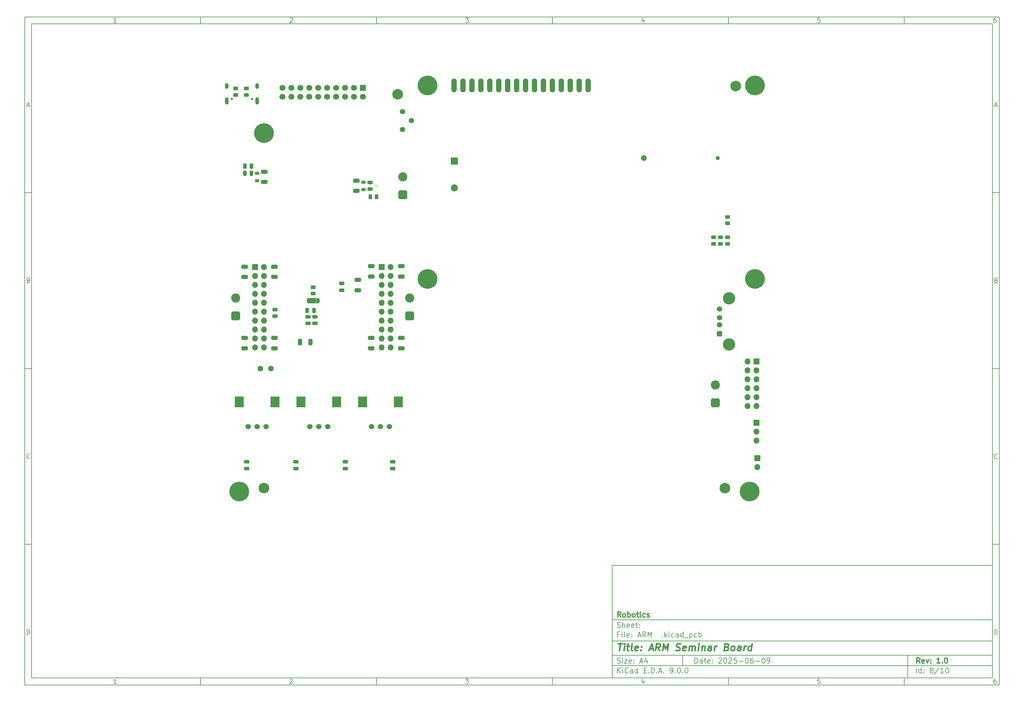
<source format=gbs>
G04 #@! TF.GenerationSoftware,KiCad,Pcbnew,9.0.0*
G04 #@! TF.CreationDate,2025-06-10T17:59:39+09:00*
G04 #@! TF.ProjectId,ARM ___ __,41524d20-38f8-4982-90f4-dc2e6b696361,1.0*
G04 #@! TF.SameCoordinates,Original*
G04 #@! TF.FileFunction,Soldermask,Bot*
G04 #@! TF.FilePolarity,Negative*
%FSLAX46Y46*%
G04 Gerber Fmt 4.6, Leading zero omitted, Abs format (unit mm)*
G04 Created by KiCad (PCBNEW 9.0.0) date 2025-06-10 17:59:39*
%MOMM*%
%LPD*%
G01*
G04 APERTURE LIST*
G04 Aperture macros list*
%AMRoundRect*
0 Rectangle with rounded corners*
0 $1 Rounding radius*
0 $2 $3 $4 $5 $6 $7 $8 $9 X,Y pos of 4 corners*
0 Add a 4 corners polygon primitive as box body*
4,1,4,$2,$3,$4,$5,$6,$7,$8,$9,$2,$3,0*
0 Add four circle primitives for the rounded corners*
1,1,$1+$1,$2,$3*
1,1,$1+$1,$4,$5*
1,1,$1+$1,$6,$7*
1,1,$1+$1,$8,$9*
0 Add four rect primitives between the rounded corners*
20,1,$1+$1,$2,$3,$4,$5,0*
20,1,$1+$1,$4,$5,$6,$7,0*
20,1,$1+$1,$6,$7,$8,$9,0*
20,1,$1+$1,$8,$9,$2,$3,0*%
%AMOutline4P*
0 Free polygon, 4 corners , with rotation*
0 The origin of the aperture is its center*
0 number of corners: always 4*
0 $1 to $8 corner X, Y*
0 $9 Rotation angle, in degrees counterclockwise*
0 create outline with 4 corners*
4,1,4,$1,$2,$3,$4,$5,$6,$7,$8,$1,$2,$9*%
%AMFreePoly0*
4,1,23,0.550000,-0.750000,0.000000,-0.750000,0.000000,-0.745722,-0.065263,-0.745722,-0.191342,-0.711940,-0.304381,-0.646677,-0.396677,-0.554381,-0.461940,-0.441342,-0.495722,-0.315263,-0.495722,-0.250000,-0.500000,-0.250000,-0.500000,0.250000,-0.495722,0.250000,-0.495722,0.315263,-0.461940,0.441342,-0.396677,0.554381,-0.304381,0.646677,-0.191342,0.711940,-0.065263,0.745722,0.000000,0.745722,
0.000000,0.750000,0.550000,0.750000,0.550000,-0.750000,0.550000,-0.750000,$1*%
%AMFreePoly1*
4,1,23,0.000000,0.745722,0.065263,0.745722,0.191342,0.711940,0.304381,0.646677,0.396677,0.554381,0.461940,0.441342,0.495722,0.315263,0.495722,0.250000,0.500000,0.250000,0.500000,-0.250000,0.495722,-0.250000,0.495722,-0.315263,0.461940,-0.441342,0.396677,-0.554381,0.304381,-0.646677,0.191342,-0.711940,0.065263,-0.745722,0.000000,-0.745722,0.000000,-0.750000,-0.550000,-0.750000,
-0.550000,0.750000,0.000000,0.750000,0.000000,0.745722,0.000000,0.745722,$1*%
G04 Aperture macros list end*
%ADD10C,0.100000*%
%ADD11C,0.150000*%
%ADD12C,0.300000*%
%ADD13C,0.400000*%
%ADD14C,1.550000*%
%ADD15C,1.000000*%
%ADD16RoundRect,0.650000X0.650000X-0.650000X0.650000X0.650000X-0.650000X0.650000X-0.650000X-0.650000X0*%
%ADD17C,2.600000*%
%ADD18C,1.524000*%
%ADD19Outline4P,-1.250000X-1.500000X1.250000X-1.500000X1.250000X1.500000X-1.250000X1.500000X0.000000*%
%ADD20C,5.600000*%
%ADD21C,1.600000*%
%ADD22C,3.200000*%
%ADD23O,1.501140X4.000500*%
%ADD24RoundRect,0.250000X-0.600000X0.600000X-0.600000X-0.600000X0.600000X-0.600000X0.600000X0.600000X0*%
%ADD25C,1.700000*%
%ADD26R,1.700000X1.700000*%
%ADD27O,1.700000X1.700000*%
%ADD28R,2.000000X2.000000*%
%ADD29C,2.000000*%
%ADD30RoundRect,0.250000X0.512000X-0.512000X0.512000X0.512000X-0.512000X0.512000X-0.512000X-0.512000X0*%
%ADD31C,3.500000*%
%ADD32C,0.650000*%
%ADD33O,1.000000X2.100000*%
%ADD34O,1.000000X1.600000*%
%ADD35C,1.150000*%
%ADD36C,1.650000*%
%ADD37RoundRect,0.250000X0.475000X-0.250000X0.475000X0.250000X-0.475000X0.250000X-0.475000X-0.250000X0*%
%ADD38RoundRect,0.250000X0.650000X-0.325000X0.650000X0.325000X-0.650000X0.325000X-0.650000X-0.325000X0*%
%ADD39RoundRect,0.250000X0.450000X-0.262500X0.450000X0.262500X-0.450000X0.262500X-0.450000X-0.262500X0*%
%ADD40RoundRect,0.218750X-0.381250X0.218750X-0.381250X-0.218750X0.381250X-0.218750X0.381250X0.218750X0*%
%ADD41RoundRect,0.250000X-0.475000X0.250000X-0.475000X-0.250000X0.475000X-0.250000X0.475000X0.250000X0*%
%ADD42C,0.250000*%
%ADD43FreePoly0,0.000000*%
%ADD44R,1.000000X1.500000*%
%ADD45FreePoly1,0.000000*%
%ADD46RoundRect,0.250000X0.250000X0.475000X-0.250000X0.475000X-0.250000X-0.475000X0.250000X-0.475000X0*%
%ADD47RoundRect,0.250000X-0.450000X0.262500X-0.450000X-0.262500X0.450000X-0.262500X0.450000X0.262500X0*%
%ADD48RoundRect,0.250000X-0.325000X-0.650000X0.325000X-0.650000X0.325000X0.650000X-0.325000X0.650000X0*%
%ADD49RoundRect,0.250000X-0.650000X0.325000X-0.650000X-0.325000X0.650000X-0.325000X0.650000X0.325000X0*%
%ADD50RoundRect,0.218750X0.381250X-0.218750X0.381250X0.218750X-0.381250X0.218750X-0.381250X-0.218750X0*%
%ADD51RoundRect,0.250000X-0.262500X-0.450000X0.262500X-0.450000X0.262500X0.450000X-0.262500X0.450000X0*%
G04 APERTURE END LIST*
D10*
D11*
X177002200Y-166007200D02*
X285002200Y-166007200D01*
X285002200Y-198007200D01*
X177002200Y-198007200D01*
X177002200Y-166007200D01*
D10*
D11*
X10000000Y-10000000D02*
X287002200Y-10000000D01*
X287002200Y-200007200D01*
X10000000Y-200007200D01*
X10000000Y-10000000D01*
D10*
D11*
X12000000Y-12000000D02*
X285002200Y-12000000D01*
X285002200Y-198007200D01*
X12000000Y-198007200D01*
X12000000Y-12000000D01*
D10*
D11*
X60000000Y-12000000D02*
X60000000Y-10000000D01*
D10*
D11*
X110000000Y-12000000D02*
X110000000Y-10000000D01*
D10*
D11*
X160000000Y-12000000D02*
X160000000Y-10000000D01*
D10*
D11*
X210000000Y-12000000D02*
X210000000Y-10000000D01*
D10*
D11*
X260000000Y-12000000D02*
X260000000Y-10000000D01*
D10*
D11*
X36089160Y-11593604D02*
X35346303Y-11593604D01*
X35717731Y-11593604D02*
X35717731Y-10293604D01*
X35717731Y-10293604D02*
X35593922Y-10479319D01*
X35593922Y-10479319D02*
X35470112Y-10603128D01*
X35470112Y-10603128D02*
X35346303Y-10665033D01*
D10*
D11*
X85346303Y-10417414D02*
X85408207Y-10355509D01*
X85408207Y-10355509D02*
X85532017Y-10293604D01*
X85532017Y-10293604D02*
X85841541Y-10293604D01*
X85841541Y-10293604D02*
X85965350Y-10355509D01*
X85965350Y-10355509D02*
X86027255Y-10417414D01*
X86027255Y-10417414D02*
X86089160Y-10541223D01*
X86089160Y-10541223D02*
X86089160Y-10665033D01*
X86089160Y-10665033D02*
X86027255Y-10850747D01*
X86027255Y-10850747D02*
X85284398Y-11593604D01*
X85284398Y-11593604D02*
X86089160Y-11593604D01*
D10*
D11*
X135284398Y-10293604D02*
X136089160Y-10293604D01*
X136089160Y-10293604D02*
X135655826Y-10788842D01*
X135655826Y-10788842D02*
X135841541Y-10788842D01*
X135841541Y-10788842D02*
X135965350Y-10850747D01*
X135965350Y-10850747D02*
X136027255Y-10912652D01*
X136027255Y-10912652D02*
X136089160Y-11036461D01*
X136089160Y-11036461D02*
X136089160Y-11345985D01*
X136089160Y-11345985D02*
X136027255Y-11469795D01*
X136027255Y-11469795D02*
X135965350Y-11531700D01*
X135965350Y-11531700D02*
X135841541Y-11593604D01*
X135841541Y-11593604D02*
X135470112Y-11593604D01*
X135470112Y-11593604D02*
X135346303Y-11531700D01*
X135346303Y-11531700D02*
X135284398Y-11469795D01*
D10*
D11*
X185965350Y-10726938D02*
X185965350Y-11593604D01*
X185655826Y-10231700D02*
X185346303Y-11160271D01*
X185346303Y-11160271D02*
X186151064Y-11160271D01*
D10*
D11*
X236027255Y-10293604D02*
X235408207Y-10293604D01*
X235408207Y-10293604D02*
X235346303Y-10912652D01*
X235346303Y-10912652D02*
X235408207Y-10850747D01*
X235408207Y-10850747D02*
X235532017Y-10788842D01*
X235532017Y-10788842D02*
X235841541Y-10788842D01*
X235841541Y-10788842D02*
X235965350Y-10850747D01*
X235965350Y-10850747D02*
X236027255Y-10912652D01*
X236027255Y-10912652D02*
X236089160Y-11036461D01*
X236089160Y-11036461D02*
X236089160Y-11345985D01*
X236089160Y-11345985D02*
X236027255Y-11469795D01*
X236027255Y-11469795D02*
X235965350Y-11531700D01*
X235965350Y-11531700D02*
X235841541Y-11593604D01*
X235841541Y-11593604D02*
X235532017Y-11593604D01*
X235532017Y-11593604D02*
X235408207Y-11531700D01*
X235408207Y-11531700D02*
X235346303Y-11469795D01*
D10*
D11*
X285965350Y-10293604D02*
X285717731Y-10293604D01*
X285717731Y-10293604D02*
X285593922Y-10355509D01*
X285593922Y-10355509D02*
X285532017Y-10417414D01*
X285532017Y-10417414D02*
X285408207Y-10603128D01*
X285408207Y-10603128D02*
X285346303Y-10850747D01*
X285346303Y-10850747D02*
X285346303Y-11345985D01*
X285346303Y-11345985D02*
X285408207Y-11469795D01*
X285408207Y-11469795D02*
X285470112Y-11531700D01*
X285470112Y-11531700D02*
X285593922Y-11593604D01*
X285593922Y-11593604D02*
X285841541Y-11593604D01*
X285841541Y-11593604D02*
X285965350Y-11531700D01*
X285965350Y-11531700D02*
X286027255Y-11469795D01*
X286027255Y-11469795D02*
X286089160Y-11345985D01*
X286089160Y-11345985D02*
X286089160Y-11036461D01*
X286089160Y-11036461D02*
X286027255Y-10912652D01*
X286027255Y-10912652D02*
X285965350Y-10850747D01*
X285965350Y-10850747D02*
X285841541Y-10788842D01*
X285841541Y-10788842D02*
X285593922Y-10788842D01*
X285593922Y-10788842D02*
X285470112Y-10850747D01*
X285470112Y-10850747D02*
X285408207Y-10912652D01*
X285408207Y-10912652D02*
X285346303Y-11036461D01*
D10*
D11*
X60000000Y-198007200D02*
X60000000Y-200007200D01*
D10*
D11*
X110000000Y-198007200D02*
X110000000Y-200007200D01*
D10*
D11*
X160000000Y-198007200D02*
X160000000Y-200007200D01*
D10*
D11*
X210000000Y-198007200D02*
X210000000Y-200007200D01*
D10*
D11*
X260000000Y-198007200D02*
X260000000Y-200007200D01*
D10*
D11*
X36089160Y-199600804D02*
X35346303Y-199600804D01*
X35717731Y-199600804D02*
X35717731Y-198300804D01*
X35717731Y-198300804D02*
X35593922Y-198486519D01*
X35593922Y-198486519D02*
X35470112Y-198610328D01*
X35470112Y-198610328D02*
X35346303Y-198672233D01*
D10*
D11*
X85346303Y-198424614D02*
X85408207Y-198362709D01*
X85408207Y-198362709D02*
X85532017Y-198300804D01*
X85532017Y-198300804D02*
X85841541Y-198300804D01*
X85841541Y-198300804D02*
X85965350Y-198362709D01*
X85965350Y-198362709D02*
X86027255Y-198424614D01*
X86027255Y-198424614D02*
X86089160Y-198548423D01*
X86089160Y-198548423D02*
X86089160Y-198672233D01*
X86089160Y-198672233D02*
X86027255Y-198857947D01*
X86027255Y-198857947D02*
X85284398Y-199600804D01*
X85284398Y-199600804D02*
X86089160Y-199600804D01*
D10*
D11*
X135284398Y-198300804D02*
X136089160Y-198300804D01*
X136089160Y-198300804D02*
X135655826Y-198796042D01*
X135655826Y-198796042D02*
X135841541Y-198796042D01*
X135841541Y-198796042D02*
X135965350Y-198857947D01*
X135965350Y-198857947D02*
X136027255Y-198919852D01*
X136027255Y-198919852D02*
X136089160Y-199043661D01*
X136089160Y-199043661D02*
X136089160Y-199353185D01*
X136089160Y-199353185D02*
X136027255Y-199476995D01*
X136027255Y-199476995D02*
X135965350Y-199538900D01*
X135965350Y-199538900D02*
X135841541Y-199600804D01*
X135841541Y-199600804D02*
X135470112Y-199600804D01*
X135470112Y-199600804D02*
X135346303Y-199538900D01*
X135346303Y-199538900D02*
X135284398Y-199476995D01*
D10*
D11*
X185965350Y-198734138D02*
X185965350Y-199600804D01*
X185655826Y-198238900D02*
X185346303Y-199167471D01*
X185346303Y-199167471D02*
X186151064Y-199167471D01*
D10*
D11*
X236027255Y-198300804D02*
X235408207Y-198300804D01*
X235408207Y-198300804D02*
X235346303Y-198919852D01*
X235346303Y-198919852D02*
X235408207Y-198857947D01*
X235408207Y-198857947D02*
X235532017Y-198796042D01*
X235532017Y-198796042D02*
X235841541Y-198796042D01*
X235841541Y-198796042D02*
X235965350Y-198857947D01*
X235965350Y-198857947D02*
X236027255Y-198919852D01*
X236027255Y-198919852D02*
X236089160Y-199043661D01*
X236089160Y-199043661D02*
X236089160Y-199353185D01*
X236089160Y-199353185D02*
X236027255Y-199476995D01*
X236027255Y-199476995D02*
X235965350Y-199538900D01*
X235965350Y-199538900D02*
X235841541Y-199600804D01*
X235841541Y-199600804D02*
X235532017Y-199600804D01*
X235532017Y-199600804D02*
X235408207Y-199538900D01*
X235408207Y-199538900D02*
X235346303Y-199476995D01*
D10*
D11*
X285965350Y-198300804D02*
X285717731Y-198300804D01*
X285717731Y-198300804D02*
X285593922Y-198362709D01*
X285593922Y-198362709D02*
X285532017Y-198424614D01*
X285532017Y-198424614D02*
X285408207Y-198610328D01*
X285408207Y-198610328D02*
X285346303Y-198857947D01*
X285346303Y-198857947D02*
X285346303Y-199353185D01*
X285346303Y-199353185D02*
X285408207Y-199476995D01*
X285408207Y-199476995D02*
X285470112Y-199538900D01*
X285470112Y-199538900D02*
X285593922Y-199600804D01*
X285593922Y-199600804D02*
X285841541Y-199600804D01*
X285841541Y-199600804D02*
X285965350Y-199538900D01*
X285965350Y-199538900D02*
X286027255Y-199476995D01*
X286027255Y-199476995D02*
X286089160Y-199353185D01*
X286089160Y-199353185D02*
X286089160Y-199043661D01*
X286089160Y-199043661D02*
X286027255Y-198919852D01*
X286027255Y-198919852D02*
X285965350Y-198857947D01*
X285965350Y-198857947D02*
X285841541Y-198796042D01*
X285841541Y-198796042D02*
X285593922Y-198796042D01*
X285593922Y-198796042D02*
X285470112Y-198857947D01*
X285470112Y-198857947D02*
X285408207Y-198919852D01*
X285408207Y-198919852D02*
X285346303Y-199043661D01*
D10*
D11*
X10000000Y-60000000D02*
X12000000Y-60000000D01*
D10*
D11*
X10000000Y-110000000D02*
X12000000Y-110000000D01*
D10*
D11*
X10000000Y-160000000D02*
X12000000Y-160000000D01*
D10*
D11*
X10690476Y-35222176D02*
X11309523Y-35222176D01*
X10566666Y-35593604D02*
X10999999Y-34293604D01*
X10999999Y-34293604D02*
X11433333Y-35593604D01*
D10*
D11*
X11092857Y-84912652D02*
X11278571Y-84974557D01*
X11278571Y-84974557D02*
X11340476Y-85036461D01*
X11340476Y-85036461D02*
X11402380Y-85160271D01*
X11402380Y-85160271D02*
X11402380Y-85345985D01*
X11402380Y-85345985D02*
X11340476Y-85469795D01*
X11340476Y-85469795D02*
X11278571Y-85531700D01*
X11278571Y-85531700D02*
X11154761Y-85593604D01*
X11154761Y-85593604D02*
X10659523Y-85593604D01*
X10659523Y-85593604D02*
X10659523Y-84293604D01*
X10659523Y-84293604D02*
X11092857Y-84293604D01*
X11092857Y-84293604D02*
X11216666Y-84355509D01*
X11216666Y-84355509D02*
X11278571Y-84417414D01*
X11278571Y-84417414D02*
X11340476Y-84541223D01*
X11340476Y-84541223D02*
X11340476Y-84665033D01*
X11340476Y-84665033D02*
X11278571Y-84788842D01*
X11278571Y-84788842D02*
X11216666Y-84850747D01*
X11216666Y-84850747D02*
X11092857Y-84912652D01*
X11092857Y-84912652D02*
X10659523Y-84912652D01*
D10*
D11*
X11402380Y-135469795D02*
X11340476Y-135531700D01*
X11340476Y-135531700D02*
X11154761Y-135593604D01*
X11154761Y-135593604D02*
X11030952Y-135593604D01*
X11030952Y-135593604D02*
X10845238Y-135531700D01*
X10845238Y-135531700D02*
X10721428Y-135407890D01*
X10721428Y-135407890D02*
X10659523Y-135284080D01*
X10659523Y-135284080D02*
X10597619Y-135036461D01*
X10597619Y-135036461D02*
X10597619Y-134850747D01*
X10597619Y-134850747D02*
X10659523Y-134603128D01*
X10659523Y-134603128D02*
X10721428Y-134479319D01*
X10721428Y-134479319D02*
X10845238Y-134355509D01*
X10845238Y-134355509D02*
X11030952Y-134293604D01*
X11030952Y-134293604D02*
X11154761Y-134293604D01*
X11154761Y-134293604D02*
X11340476Y-134355509D01*
X11340476Y-134355509D02*
X11402380Y-134417414D01*
D10*
D11*
X10659523Y-185593604D02*
X10659523Y-184293604D01*
X10659523Y-184293604D02*
X10969047Y-184293604D01*
X10969047Y-184293604D02*
X11154761Y-184355509D01*
X11154761Y-184355509D02*
X11278571Y-184479319D01*
X11278571Y-184479319D02*
X11340476Y-184603128D01*
X11340476Y-184603128D02*
X11402380Y-184850747D01*
X11402380Y-184850747D02*
X11402380Y-185036461D01*
X11402380Y-185036461D02*
X11340476Y-185284080D01*
X11340476Y-185284080D02*
X11278571Y-185407890D01*
X11278571Y-185407890D02*
X11154761Y-185531700D01*
X11154761Y-185531700D02*
X10969047Y-185593604D01*
X10969047Y-185593604D02*
X10659523Y-185593604D01*
D10*
D11*
X287002200Y-60000000D02*
X285002200Y-60000000D01*
D10*
D11*
X287002200Y-110000000D02*
X285002200Y-110000000D01*
D10*
D11*
X287002200Y-160000000D02*
X285002200Y-160000000D01*
D10*
D11*
X285692676Y-35222176D02*
X286311723Y-35222176D01*
X285568866Y-35593604D02*
X286002199Y-34293604D01*
X286002199Y-34293604D02*
X286435533Y-35593604D01*
D10*
D11*
X286095057Y-84912652D02*
X286280771Y-84974557D01*
X286280771Y-84974557D02*
X286342676Y-85036461D01*
X286342676Y-85036461D02*
X286404580Y-85160271D01*
X286404580Y-85160271D02*
X286404580Y-85345985D01*
X286404580Y-85345985D02*
X286342676Y-85469795D01*
X286342676Y-85469795D02*
X286280771Y-85531700D01*
X286280771Y-85531700D02*
X286156961Y-85593604D01*
X286156961Y-85593604D02*
X285661723Y-85593604D01*
X285661723Y-85593604D02*
X285661723Y-84293604D01*
X285661723Y-84293604D02*
X286095057Y-84293604D01*
X286095057Y-84293604D02*
X286218866Y-84355509D01*
X286218866Y-84355509D02*
X286280771Y-84417414D01*
X286280771Y-84417414D02*
X286342676Y-84541223D01*
X286342676Y-84541223D02*
X286342676Y-84665033D01*
X286342676Y-84665033D02*
X286280771Y-84788842D01*
X286280771Y-84788842D02*
X286218866Y-84850747D01*
X286218866Y-84850747D02*
X286095057Y-84912652D01*
X286095057Y-84912652D02*
X285661723Y-84912652D01*
D10*
D11*
X286404580Y-135469795D02*
X286342676Y-135531700D01*
X286342676Y-135531700D02*
X286156961Y-135593604D01*
X286156961Y-135593604D02*
X286033152Y-135593604D01*
X286033152Y-135593604D02*
X285847438Y-135531700D01*
X285847438Y-135531700D02*
X285723628Y-135407890D01*
X285723628Y-135407890D02*
X285661723Y-135284080D01*
X285661723Y-135284080D02*
X285599819Y-135036461D01*
X285599819Y-135036461D02*
X285599819Y-134850747D01*
X285599819Y-134850747D02*
X285661723Y-134603128D01*
X285661723Y-134603128D02*
X285723628Y-134479319D01*
X285723628Y-134479319D02*
X285847438Y-134355509D01*
X285847438Y-134355509D02*
X286033152Y-134293604D01*
X286033152Y-134293604D02*
X286156961Y-134293604D01*
X286156961Y-134293604D02*
X286342676Y-134355509D01*
X286342676Y-134355509D02*
X286404580Y-134417414D01*
D10*
D11*
X285661723Y-185593604D02*
X285661723Y-184293604D01*
X285661723Y-184293604D02*
X285971247Y-184293604D01*
X285971247Y-184293604D02*
X286156961Y-184355509D01*
X286156961Y-184355509D02*
X286280771Y-184479319D01*
X286280771Y-184479319D02*
X286342676Y-184603128D01*
X286342676Y-184603128D02*
X286404580Y-184850747D01*
X286404580Y-184850747D02*
X286404580Y-185036461D01*
X286404580Y-185036461D02*
X286342676Y-185284080D01*
X286342676Y-185284080D02*
X286280771Y-185407890D01*
X286280771Y-185407890D02*
X286156961Y-185531700D01*
X286156961Y-185531700D02*
X285971247Y-185593604D01*
X285971247Y-185593604D02*
X285661723Y-185593604D01*
D10*
D11*
X200458026Y-193793328D02*
X200458026Y-192293328D01*
X200458026Y-192293328D02*
X200815169Y-192293328D01*
X200815169Y-192293328D02*
X201029455Y-192364757D01*
X201029455Y-192364757D02*
X201172312Y-192507614D01*
X201172312Y-192507614D02*
X201243741Y-192650471D01*
X201243741Y-192650471D02*
X201315169Y-192936185D01*
X201315169Y-192936185D02*
X201315169Y-193150471D01*
X201315169Y-193150471D02*
X201243741Y-193436185D01*
X201243741Y-193436185D02*
X201172312Y-193579042D01*
X201172312Y-193579042D02*
X201029455Y-193721900D01*
X201029455Y-193721900D02*
X200815169Y-193793328D01*
X200815169Y-193793328D02*
X200458026Y-193793328D01*
X202600884Y-193793328D02*
X202600884Y-193007614D01*
X202600884Y-193007614D02*
X202529455Y-192864757D01*
X202529455Y-192864757D02*
X202386598Y-192793328D01*
X202386598Y-192793328D02*
X202100884Y-192793328D01*
X202100884Y-192793328D02*
X201958026Y-192864757D01*
X202600884Y-193721900D02*
X202458026Y-193793328D01*
X202458026Y-193793328D02*
X202100884Y-193793328D01*
X202100884Y-193793328D02*
X201958026Y-193721900D01*
X201958026Y-193721900D02*
X201886598Y-193579042D01*
X201886598Y-193579042D02*
X201886598Y-193436185D01*
X201886598Y-193436185D02*
X201958026Y-193293328D01*
X201958026Y-193293328D02*
X202100884Y-193221900D01*
X202100884Y-193221900D02*
X202458026Y-193221900D01*
X202458026Y-193221900D02*
X202600884Y-193150471D01*
X203100884Y-192793328D02*
X203672312Y-192793328D01*
X203315169Y-192293328D02*
X203315169Y-193579042D01*
X203315169Y-193579042D02*
X203386598Y-193721900D01*
X203386598Y-193721900D02*
X203529455Y-193793328D01*
X203529455Y-193793328D02*
X203672312Y-193793328D01*
X204743741Y-193721900D02*
X204600884Y-193793328D01*
X204600884Y-193793328D02*
X204315170Y-193793328D01*
X204315170Y-193793328D02*
X204172312Y-193721900D01*
X204172312Y-193721900D02*
X204100884Y-193579042D01*
X204100884Y-193579042D02*
X204100884Y-193007614D01*
X204100884Y-193007614D02*
X204172312Y-192864757D01*
X204172312Y-192864757D02*
X204315170Y-192793328D01*
X204315170Y-192793328D02*
X204600884Y-192793328D01*
X204600884Y-192793328D02*
X204743741Y-192864757D01*
X204743741Y-192864757D02*
X204815170Y-193007614D01*
X204815170Y-193007614D02*
X204815170Y-193150471D01*
X204815170Y-193150471D02*
X204100884Y-193293328D01*
X205458026Y-193650471D02*
X205529455Y-193721900D01*
X205529455Y-193721900D02*
X205458026Y-193793328D01*
X205458026Y-193793328D02*
X205386598Y-193721900D01*
X205386598Y-193721900D02*
X205458026Y-193650471D01*
X205458026Y-193650471D02*
X205458026Y-193793328D01*
X205458026Y-192864757D02*
X205529455Y-192936185D01*
X205529455Y-192936185D02*
X205458026Y-193007614D01*
X205458026Y-193007614D02*
X205386598Y-192936185D01*
X205386598Y-192936185D02*
X205458026Y-192864757D01*
X205458026Y-192864757D02*
X205458026Y-193007614D01*
X207243741Y-192436185D02*
X207315169Y-192364757D01*
X207315169Y-192364757D02*
X207458027Y-192293328D01*
X207458027Y-192293328D02*
X207815169Y-192293328D01*
X207815169Y-192293328D02*
X207958027Y-192364757D01*
X207958027Y-192364757D02*
X208029455Y-192436185D01*
X208029455Y-192436185D02*
X208100884Y-192579042D01*
X208100884Y-192579042D02*
X208100884Y-192721900D01*
X208100884Y-192721900D02*
X208029455Y-192936185D01*
X208029455Y-192936185D02*
X207172312Y-193793328D01*
X207172312Y-193793328D02*
X208100884Y-193793328D01*
X209029455Y-192293328D02*
X209172312Y-192293328D01*
X209172312Y-192293328D02*
X209315169Y-192364757D01*
X209315169Y-192364757D02*
X209386598Y-192436185D01*
X209386598Y-192436185D02*
X209458026Y-192579042D01*
X209458026Y-192579042D02*
X209529455Y-192864757D01*
X209529455Y-192864757D02*
X209529455Y-193221900D01*
X209529455Y-193221900D02*
X209458026Y-193507614D01*
X209458026Y-193507614D02*
X209386598Y-193650471D01*
X209386598Y-193650471D02*
X209315169Y-193721900D01*
X209315169Y-193721900D02*
X209172312Y-193793328D01*
X209172312Y-193793328D02*
X209029455Y-193793328D01*
X209029455Y-193793328D02*
X208886598Y-193721900D01*
X208886598Y-193721900D02*
X208815169Y-193650471D01*
X208815169Y-193650471D02*
X208743740Y-193507614D01*
X208743740Y-193507614D02*
X208672312Y-193221900D01*
X208672312Y-193221900D02*
X208672312Y-192864757D01*
X208672312Y-192864757D02*
X208743740Y-192579042D01*
X208743740Y-192579042D02*
X208815169Y-192436185D01*
X208815169Y-192436185D02*
X208886598Y-192364757D01*
X208886598Y-192364757D02*
X209029455Y-192293328D01*
X210100883Y-192436185D02*
X210172311Y-192364757D01*
X210172311Y-192364757D02*
X210315169Y-192293328D01*
X210315169Y-192293328D02*
X210672311Y-192293328D01*
X210672311Y-192293328D02*
X210815169Y-192364757D01*
X210815169Y-192364757D02*
X210886597Y-192436185D01*
X210886597Y-192436185D02*
X210958026Y-192579042D01*
X210958026Y-192579042D02*
X210958026Y-192721900D01*
X210958026Y-192721900D02*
X210886597Y-192936185D01*
X210886597Y-192936185D02*
X210029454Y-193793328D01*
X210029454Y-193793328D02*
X210958026Y-193793328D01*
X212315168Y-192293328D02*
X211600882Y-192293328D01*
X211600882Y-192293328D02*
X211529454Y-193007614D01*
X211529454Y-193007614D02*
X211600882Y-192936185D01*
X211600882Y-192936185D02*
X211743740Y-192864757D01*
X211743740Y-192864757D02*
X212100882Y-192864757D01*
X212100882Y-192864757D02*
X212243740Y-192936185D01*
X212243740Y-192936185D02*
X212315168Y-193007614D01*
X212315168Y-193007614D02*
X212386597Y-193150471D01*
X212386597Y-193150471D02*
X212386597Y-193507614D01*
X212386597Y-193507614D02*
X212315168Y-193650471D01*
X212315168Y-193650471D02*
X212243740Y-193721900D01*
X212243740Y-193721900D02*
X212100882Y-193793328D01*
X212100882Y-193793328D02*
X211743740Y-193793328D01*
X211743740Y-193793328D02*
X211600882Y-193721900D01*
X211600882Y-193721900D02*
X211529454Y-193650471D01*
X213029453Y-193221900D02*
X214172311Y-193221900D01*
X215172311Y-192293328D02*
X215315168Y-192293328D01*
X215315168Y-192293328D02*
X215458025Y-192364757D01*
X215458025Y-192364757D02*
X215529454Y-192436185D01*
X215529454Y-192436185D02*
X215600882Y-192579042D01*
X215600882Y-192579042D02*
X215672311Y-192864757D01*
X215672311Y-192864757D02*
X215672311Y-193221900D01*
X215672311Y-193221900D02*
X215600882Y-193507614D01*
X215600882Y-193507614D02*
X215529454Y-193650471D01*
X215529454Y-193650471D02*
X215458025Y-193721900D01*
X215458025Y-193721900D02*
X215315168Y-193793328D01*
X215315168Y-193793328D02*
X215172311Y-193793328D01*
X215172311Y-193793328D02*
X215029454Y-193721900D01*
X215029454Y-193721900D02*
X214958025Y-193650471D01*
X214958025Y-193650471D02*
X214886596Y-193507614D01*
X214886596Y-193507614D02*
X214815168Y-193221900D01*
X214815168Y-193221900D02*
X214815168Y-192864757D01*
X214815168Y-192864757D02*
X214886596Y-192579042D01*
X214886596Y-192579042D02*
X214958025Y-192436185D01*
X214958025Y-192436185D02*
X215029454Y-192364757D01*
X215029454Y-192364757D02*
X215172311Y-192293328D01*
X216958025Y-192293328D02*
X216672310Y-192293328D01*
X216672310Y-192293328D02*
X216529453Y-192364757D01*
X216529453Y-192364757D02*
X216458025Y-192436185D01*
X216458025Y-192436185D02*
X216315167Y-192650471D01*
X216315167Y-192650471D02*
X216243739Y-192936185D01*
X216243739Y-192936185D02*
X216243739Y-193507614D01*
X216243739Y-193507614D02*
X216315167Y-193650471D01*
X216315167Y-193650471D02*
X216386596Y-193721900D01*
X216386596Y-193721900D02*
X216529453Y-193793328D01*
X216529453Y-193793328D02*
X216815167Y-193793328D01*
X216815167Y-193793328D02*
X216958025Y-193721900D01*
X216958025Y-193721900D02*
X217029453Y-193650471D01*
X217029453Y-193650471D02*
X217100882Y-193507614D01*
X217100882Y-193507614D02*
X217100882Y-193150471D01*
X217100882Y-193150471D02*
X217029453Y-193007614D01*
X217029453Y-193007614D02*
X216958025Y-192936185D01*
X216958025Y-192936185D02*
X216815167Y-192864757D01*
X216815167Y-192864757D02*
X216529453Y-192864757D01*
X216529453Y-192864757D02*
X216386596Y-192936185D01*
X216386596Y-192936185D02*
X216315167Y-193007614D01*
X216315167Y-193007614D02*
X216243739Y-193150471D01*
X217743738Y-193221900D02*
X218886596Y-193221900D01*
X219886596Y-192293328D02*
X220029453Y-192293328D01*
X220029453Y-192293328D02*
X220172310Y-192364757D01*
X220172310Y-192364757D02*
X220243739Y-192436185D01*
X220243739Y-192436185D02*
X220315167Y-192579042D01*
X220315167Y-192579042D02*
X220386596Y-192864757D01*
X220386596Y-192864757D02*
X220386596Y-193221900D01*
X220386596Y-193221900D02*
X220315167Y-193507614D01*
X220315167Y-193507614D02*
X220243739Y-193650471D01*
X220243739Y-193650471D02*
X220172310Y-193721900D01*
X220172310Y-193721900D02*
X220029453Y-193793328D01*
X220029453Y-193793328D02*
X219886596Y-193793328D01*
X219886596Y-193793328D02*
X219743739Y-193721900D01*
X219743739Y-193721900D02*
X219672310Y-193650471D01*
X219672310Y-193650471D02*
X219600881Y-193507614D01*
X219600881Y-193507614D02*
X219529453Y-193221900D01*
X219529453Y-193221900D02*
X219529453Y-192864757D01*
X219529453Y-192864757D02*
X219600881Y-192579042D01*
X219600881Y-192579042D02*
X219672310Y-192436185D01*
X219672310Y-192436185D02*
X219743739Y-192364757D01*
X219743739Y-192364757D02*
X219886596Y-192293328D01*
X221100881Y-193793328D02*
X221386595Y-193793328D01*
X221386595Y-193793328D02*
X221529452Y-193721900D01*
X221529452Y-193721900D02*
X221600881Y-193650471D01*
X221600881Y-193650471D02*
X221743738Y-193436185D01*
X221743738Y-193436185D02*
X221815167Y-193150471D01*
X221815167Y-193150471D02*
X221815167Y-192579042D01*
X221815167Y-192579042D02*
X221743738Y-192436185D01*
X221743738Y-192436185D02*
X221672310Y-192364757D01*
X221672310Y-192364757D02*
X221529452Y-192293328D01*
X221529452Y-192293328D02*
X221243738Y-192293328D01*
X221243738Y-192293328D02*
X221100881Y-192364757D01*
X221100881Y-192364757D02*
X221029452Y-192436185D01*
X221029452Y-192436185D02*
X220958024Y-192579042D01*
X220958024Y-192579042D02*
X220958024Y-192936185D01*
X220958024Y-192936185D02*
X221029452Y-193079042D01*
X221029452Y-193079042D02*
X221100881Y-193150471D01*
X221100881Y-193150471D02*
X221243738Y-193221900D01*
X221243738Y-193221900D02*
X221529452Y-193221900D01*
X221529452Y-193221900D02*
X221672310Y-193150471D01*
X221672310Y-193150471D02*
X221743738Y-193079042D01*
X221743738Y-193079042D02*
X221815167Y-192936185D01*
D10*
D11*
X177002200Y-194507200D02*
X285002200Y-194507200D01*
D10*
D11*
X178458026Y-196593328D02*
X178458026Y-195093328D01*
X179315169Y-196593328D02*
X178672312Y-195736185D01*
X179315169Y-195093328D02*
X178458026Y-195950471D01*
X179958026Y-196593328D02*
X179958026Y-195593328D01*
X179958026Y-195093328D02*
X179886598Y-195164757D01*
X179886598Y-195164757D02*
X179958026Y-195236185D01*
X179958026Y-195236185D02*
X180029455Y-195164757D01*
X180029455Y-195164757D02*
X179958026Y-195093328D01*
X179958026Y-195093328D02*
X179958026Y-195236185D01*
X181529455Y-196450471D02*
X181458027Y-196521900D01*
X181458027Y-196521900D02*
X181243741Y-196593328D01*
X181243741Y-196593328D02*
X181100884Y-196593328D01*
X181100884Y-196593328D02*
X180886598Y-196521900D01*
X180886598Y-196521900D02*
X180743741Y-196379042D01*
X180743741Y-196379042D02*
X180672312Y-196236185D01*
X180672312Y-196236185D02*
X180600884Y-195950471D01*
X180600884Y-195950471D02*
X180600884Y-195736185D01*
X180600884Y-195736185D02*
X180672312Y-195450471D01*
X180672312Y-195450471D02*
X180743741Y-195307614D01*
X180743741Y-195307614D02*
X180886598Y-195164757D01*
X180886598Y-195164757D02*
X181100884Y-195093328D01*
X181100884Y-195093328D02*
X181243741Y-195093328D01*
X181243741Y-195093328D02*
X181458027Y-195164757D01*
X181458027Y-195164757D02*
X181529455Y-195236185D01*
X182815170Y-196593328D02*
X182815170Y-195807614D01*
X182815170Y-195807614D02*
X182743741Y-195664757D01*
X182743741Y-195664757D02*
X182600884Y-195593328D01*
X182600884Y-195593328D02*
X182315170Y-195593328D01*
X182315170Y-195593328D02*
X182172312Y-195664757D01*
X182815170Y-196521900D02*
X182672312Y-196593328D01*
X182672312Y-196593328D02*
X182315170Y-196593328D01*
X182315170Y-196593328D02*
X182172312Y-196521900D01*
X182172312Y-196521900D02*
X182100884Y-196379042D01*
X182100884Y-196379042D02*
X182100884Y-196236185D01*
X182100884Y-196236185D02*
X182172312Y-196093328D01*
X182172312Y-196093328D02*
X182315170Y-196021900D01*
X182315170Y-196021900D02*
X182672312Y-196021900D01*
X182672312Y-196021900D02*
X182815170Y-195950471D01*
X184172313Y-196593328D02*
X184172313Y-195093328D01*
X184172313Y-196521900D02*
X184029455Y-196593328D01*
X184029455Y-196593328D02*
X183743741Y-196593328D01*
X183743741Y-196593328D02*
X183600884Y-196521900D01*
X183600884Y-196521900D02*
X183529455Y-196450471D01*
X183529455Y-196450471D02*
X183458027Y-196307614D01*
X183458027Y-196307614D02*
X183458027Y-195879042D01*
X183458027Y-195879042D02*
X183529455Y-195736185D01*
X183529455Y-195736185D02*
X183600884Y-195664757D01*
X183600884Y-195664757D02*
X183743741Y-195593328D01*
X183743741Y-195593328D02*
X184029455Y-195593328D01*
X184029455Y-195593328D02*
X184172313Y-195664757D01*
X186029455Y-195807614D02*
X186529455Y-195807614D01*
X186743741Y-196593328D02*
X186029455Y-196593328D01*
X186029455Y-196593328D02*
X186029455Y-195093328D01*
X186029455Y-195093328D02*
X186743741Y-195093328D01*
X187386598Y-196450471D02*
X187458027Y-196521900D01*
X187458027Y-196521900D02*
X187386598Y-196593328D01*
X187386598Y-196593328D02*
X187315170Y-196521900D01*
X187315170Y-196521900D02*
X187386598Y-196450471D01*
X187386598Y-196450471D02*
X187386598Y-196593328D01*
X188100884Y-196593328D02*
X188100884Y-195093328D01*
X188100884Y-195093328D02*
X188458027Y-195093328D01*
X188458027Y-195093328D02*
X188672313Y-195164757D01*
X188672313Y-195164757D02*
X188815170Y-195307614D01*
X188815170Y-195307614D02*
X188886599Y-195450471D01*
X188886599Y-195450471D02*
X188958027Y-195736185D01*
X188958027Y-195736185D02*
X188958027Y-195950471D01*
X188958027Y-195950471D02*
X188886599Y-196236185D01*
X188886599Y-196236185D02*
X188815170Y-196379042D01*
X188815170Y-196379042D02*
X188672313Y-196521900D01*
X188672313Y-196521900D02*
X188458027Y-196593328D01*
X188458027Y-196593328D02*
X188100884Y-196593328D01*
X189600884Y-196450471D02*
X189672313Y-196521900D01*
X189672313Y-196521900D02*
X189600884Y-196593328D01*
X189600884Y-196593328D02*
X189529456Y-196521900D01*
X189529456Y-196521900D02*
X189600884Y-196450471D01*
X189600884Y-196450471D02*
X189600884Y-196593328D01*
X190243742Y-196164757D02*
X190958028Y-196164757D01*
X190100885Y-196593328D02*
X190600885Y-195093328D01*
X190600885Y-195093328D02*
X191100885Y-196593328D01*
X191600884Y-196450471D02*
X191672313Y-196521900D01*
X191672313Y-196521900D02*
X191600884Y-196593328D01*
X191600884Y-196593328D02*
X191529456Y-196521900D01*
X191529456Y-196521900D02*
X191600884Y-196450471D01*
X191600884Y-196450471D02*
X191600884Y-196593328D01*
X193529456Y-196593328D02*
X193815170Y-196593328D01*
X193815170Y-196593328D02*
X193958027Y-196521900D01*
X193958027Y-196521900D02*
X194029456Y-196450471D01*
X194029456Y-196450471D02*
X194172313Y-196236185D01*
X194172313Y-196236185D02*
X194243742Y-195950471D01*
X194243742Y-195950471D02*
X194243742Y-195379042D01*
X194243742Y-195379042D02*
X194172313Y-195236185D01*
X194172313Y-195236185D02*
X194100885Y-195164757D01*
X194100885Y-195164757D02*
X193958027Y-195093328D01*
X193958027Y-195093328D02*
X193672313Y-195093328D01*
X193672313Y-195093328D02*
X193529456Y-195164757D01*
X193529456Y-195164757D02*
X193458027Y-195236185D01*
X193458027Y-195236185D02*
X193386599Y-195379042D01*
X193386599Y-195379042D02*
X193386599Y-195736185D01*
X193386599Y-195736185D02*
X193458027Y-195879042D01*
X193458027Y-195879042D02*
X193529456Y-195950471D01*
X193529456Y-195950471D02*
X193672313Y-196021900D01*
X193672313Y-196021900D02*
X193958027Y-196021900D01*
X193958027Y-196021900D02*
X194100885Y-195950471D01*
X194100885Y-195950471D02*
X194172313Y-195879042D01*
X194172313Y-195879042D02*
X194243742Y-195736185D01*
X194886598Y-196450471D02*
X194958027Y-196521900D01*
X194958027Y-196521900D02*
X194886598Y-196593328D01*
X194886598Y-196593328D02*
X194815170Y-196521900D01*
X194815170Y-196521900D02*
X194886598Y-196450471D01*
X194886598Y-196450471D02*
X194886598Y-196593328D01*
X195886599Y-195093328D02*
X196029456Y-195093328D01*
X196029456Y-195093328D02*
X196172313Y-195164757D01*
X196172313Y-195164757D02*
X196243742Y-195236185D01*
X196243742Y-195236185D02*
X196315170Y-195379042D01*
X196315170Y-195379042D02*
X196386599Y-195664757D01*
X196386599Y-195664757D02*
X196386599Y-196021900D01*
X196386599Y-196021900D02*
X196315170Y-196307614D01*
X196315170Y-196307614D02*
X196243742Y-196450471D01*
X196243742Y-196450471D02*
X196172313Y-196521900D01*
X196172313Y-196521900D02*
X196029456Y-196593328D01*
X196029456Y-196593328D02*
X195886599Y-196593328D01*
X195886599Y-196593328D02*
X195743742Y-196521900D01*
X195743742Y-196521900D02*
X195672313Y-196450471D01*
X195672313Y-196450471D02*
X195600884Y-196307614D01*
X195600884Y-196307614D02*
X195529456Y-196021900D01*
X195529456Y-196021900D02*
X195529456Y-195664757D01*
X195529456Y-195664757D02*
X195600884Y-195379042D01*
X195600884Y-195379042D02*
X195672313Y-195236185D01*
X195672313Y-195236185D02*
X195743742Y-195164757D01*
X195743742Y-195164757D02*
X195886599Y-195093328D01*
X197029455Y-196450471D02*
X197100884Y-196521900D01*
X197100884Y-196521900D02*
X197029455Y-196593328D01*
X197029455Y-196593328D02*
X196958027Y-196521900D01*
X196958027Y-196521900D02*
X197029455Y-196450471D01*
X197029455Y-196450471D02*
X197029455Y-196593328D01*
X198029456Y-195093328D02*
X198172313Y-195093328D01*
X198172313Y-195093328D02*
X198315170Y-195164757D01*
X198315170Y-195164757D02*
X198386599Y-195236185D01*
X198386599Y-195236185D02*
X198458027Y-195379042D01*
X198458027Y-195379042D02*
X198529456Y-195664757D01*
X198529456Y-195664757D02*
X198529456Y-196021900D01*
X198529456Y-196021900D02*
X198458027Y-196307614D01*
X198458027Y-196307614D02*
X198386599Y-196450471D01*
X198386599Y-196450471D02*
X198315170Y-196521900D01*
X198315170Y-196521900D02*
X198172313Y-196593328D01*
X198172313Y-196593328D02*
X198029456Y-196593328D01*
X198029456Y-196593328D02*
X197886599Y-196521900D01*
X197886599Y-196521900D02*
X197815170Y-196450471D01*
X197815170Y-196450471D02*
X197743741Y-196307614D01*
X197743741Y-196307614D02*
X197672313Y-196021900D01*
X197672313Y-196021900D02*
X197672313Y-195664757D01*
X197672313Y-195664757D02*
X197743741Y-195379042D01*
X197743741Y-195379042D02*
X197815170Y-195236185D01*
X197815170Y-195236185D02*
X197886599Y-195164757D01*
X197886599Y-195164757D02*
X198029456Y-195093328D01*
D10*
D11*
X177002200Y-191507200D02*
X285002200Y-191507200D01*
D10*
D12*
X264413853Y-193785528D02*
X263913853Y-193071242D01*
X263556710Y-193785528D02*
X263556710Y-192285528D01*
X263556710Y-192285528D02*
X264128139Y-192285528D01*
X264128139Y-192285528D02*
X264270996Y-192356957D01*
X264270996Y-192356957D02*
X264342425Y-192428385D01*
X264342425Y-192428385D02*
X264413853Y-192571242D01*
X264413853Y-192571242D02*
X264413853Y-192785528D01*
X264413853Y-192785528D02*
X264342425Y-192928385D01*
X264342425Y-192928385D02*
X264270996Y-192999814D01*
X264270996Y-192999814D02*
X264128139Y-193071242D01*
X264128139Y-193071242D02*
X263556710Y-193071242D01*
X265628139Y-193714100D02*
X265485282Y-193785528D01*
X265485282Y-193785528D02*
X265199568Y-193785528D01*
X265199568Y-193785528D02*
X265056710Y-193714100D01*
X265056710Y-193714100D02*
X264985282Y-193571242D01*
X264985282Y-193571242D02*
X264985282Y-192999814D01*
X264985282Y-192999814D02*
X265056710Y-192856957D01*
X265056710Y-192856957D02*
X265199568Y-192785528D01*
X265199568Y-192785528D02*
X265485282Y-192785528D01*
X265485282Y-192785528D02*
X265628139Y-192856957D01*
X265628139Y-192856957D02*
X265699568Y-192999814D01*
X265699568Y-192999814D02*
X265699568Y-193142671D01*
X265699568Y-193142671D02*
X264985282Y-193285528D01*
X266199567Y-192785528D02*
X266556710Y-193785528D01*
X266556710Y-193785528D02*
X266913853Y-192785528D01*
X267485281Y-193642671D02*
X267556710Y-193714100D01*
X267556710Y-193714100D02*
X267485281Y-193785528D01*
X267485281Y-193785528D02*
X267413853Y-193714100D01*
X267413853Y-193714100D02*
X267485281Y-193642671D01*
X267485281Y-193642671D02*
X267485281Y-193785528D01*
X267485281Y-192856957D02*
X267556710Y-192928385D01*
X267556710Y-192928385D02*
X267485281Y-192999814D01*
X267485281Y-192999814D02*
X267413853Y-192928385D01*
X267413853Y-192928385D02*
X267485281Y-192856957D01*
X267485281Y-192856957D02*
X267485281Y-192999814D01*
X270128139Y-193785528D02*
X269270996Y-193785528D01*
X269699567Y-193785528D02*
X269699567Y-192285528D01*
X269699567Y-192285528D02*
X269556710Y-192499814D01*
X269556710Y-192499814D02*
X269413853Y-192642671D01*
X269413853Y-192642671D02*
X269270996Y-192714100D01*
X270770995Y-193642671D02*
X270842424Y-193714100D01*
X270842424Y-193714100D02*
X270770995Y-193785528D01*
X270770995Y-193785528D02*
X270699567Y-193714100D01*
X270699567Y-193714100D02*
X270770995Y-193642671D01*
X270770995Y-193642671D02*
X270770995Y-193785528D01*
X271770996Y-192285528D02*
X271913853Y-192285528D01*
X271913853Y-192285528D02*
X272056710Y-192356957D01*
X272056710Y-192356957D02*
X272128139Y-192428385D01*
X272128139Y-192428385D02*
X272199567Y-192571242D01*
X272199567Y-192571242D02*
X272270996Y-192856957D01*
X272270996Y-192856957D02*
X272270996Y-193214100D01*
X272270996Y-193214100D02*
X272199567Y-193499814D01*
X272199567Y-193499814D02*
X272128139Y-193642671D01*
X272128139Y-193642671D02*
X272056710Y-193714100D01*
X272056710Y-193714100D02*
X271913853Y-193785528D01*
X271913853Y-193785528D02*
X271770996Y-193785528D01*
X271770996Y-193785528D02*
X271628139Y-193714100D01*
X271628139Y-193714100D02*
X271556710Y-193642671D01*
X271556710Y-193642671D02*
X271485281Y-193499814D01*
X271485281Y-193499814D02*
X271413853Y-193214100D01*
X271413853Y-193214100D02*
X271413853Y-192856957D01*
X271413853Y-192856957D02*
X271485281Y-192571242D01*
X271485281Y-192571242D02*
X271556710Y-192428385D01*
X271556710Y-192428385D02*
X271628139Y-192356957D01*
X271628139Y-192356957D02*
X271770996Y-192285528D01*
D10*
D11*
X178386598Y-193721900D02*
X178600884Y-193793328D01*
X178600884Y-193793328D02*
X178958026Y-193793328D01*
X178958026Y-193793328D02*
X179100884Y-193721900D01*
X179100884Y-193721900D02*
X179172312Y-193650471D01*
X179172312Y-193650471D02*
X179243741Y-193507614D01*
X179243741Y-193507614D02*
X179243741Y-193364757D01*
X179243741Y-193364757D02*
X179172312Y-193221900D01*
X179172312Y-193221900D02*
X179100884Y-193150471D01*
X179100884Y-193150471D02*
X178958026Y-193079042D01*
X178958026Y-193079042D02*
X178672312Y-193007614D01*
X178672312Y-193007614D02*
X178529455Y-192936185D01*
X178529455Y-192936185D02*
X178458026Y-192864757D01*
X178458026Y-192864757D02*
X178386598Y-192721900D01*
X178386598Y-192721900D02*
X178386598Y-192579042D01*
X178386598Y-192579042D02*
X178458026Y-192436185D01*
X178458026Y-192436185D02*
X178529455Y-192364757D01*
X178529455Y-192364757D02*
X178672312Y-192293328D01*
X178672312Y-192293328D02*
X179029455Y-192293328D01*
X179029455Y-192293328D02*
X179243741Y-192364757D01*
X179886597Y-193793328D02*
X179886597Y-192793328D01*
X179886597Y-192293328D02*
X179815169Y-192364757D01*
X179815169Y-192364757D02*
X179886597Y-192436185D01*
X179886597Y-192436185D02*
X179958026Y-192364757D01*
X179958026Y-192364757D02*
X179886597Y-192293328D01*
X179886597Y-192293328D02*
X179886597Y-192436185D01*
X180458026Y-192793328D02*
X181243741Y-192793328D01*
X181243741Y-192793328D02*
X180458026Y-193793328D01*
X180458026Y-193793328D02*
X181243741Y-193793328D01*
X182386598Y-193721900D02*
X182243741Y-193793328D01*
X182243741Y-193793328D02*
X181958027Y-193793328D01*
X181958027Y-193793328D02*
X181815169Y-193721900D01*
X181815169Y-193721900D02*
X181743741Y-193579042D01*
X181743741Y-193579042D02*
X181743741Y-193007614D01*
X181743741Y-193007614D02*
X181815169Y-192864757D01*
X181815169Y-192864757D02*
X181958027Y-192793328D01*
X181958027Y-192793328D02*
X182243741Y-192793328D01*
X182243741Y-192793328D02*
X182386598Y-192864757D01*
X182386598Y-192864757D02*
X182458027Y-193007614D01*
X182458027Y-193007614D02*
X182458027Y-193150471D01*
X182458027Y-193150471D02*
X181743741Y-193293328D01*
X183100883Y-193650471D02*
X183172312Y-193721900D01*
X183172312Y-193721900D02*
X183100883Y-193793328D01*
X183100883Y-193793328D02*
X183029455Y-193721900D01*
X183029455Y-193721900D02*
X183100883Y-193650471D01*
X183100883Y-193650471D02*
X183100883Y-193793328D01*
X183100883Y-192864757D02*
X183172312Y-192936185D01*
X183172312Y-192936185D02*
X183100883Y-193007614D01*
X183100883Y-193007614D02*
X183029455Y-192936185D01*
X183029455Y-192936185D02*
X183100883Y-192864757D01*
X183100883Y-192864757D02*
X183100883Y-193007614D01*
X184886598Y-193364757D02*
X185600884Y-193364757D01*
X184743741Y-193793328D02*
X185243741Y-192293328D01*
X185243741Y-192293328D02*
X185743741Y-193793328D01*
X186886598Y-192793328D02*
X186886598Y-193793328D01*
X186529455Y-192221900D02*
X186172312Y-193293328D01*
X186172312Y-193293328D02*
X187100883Y-193293328D01*
D10*
D11*
X263458026Y-196593328D02*
X263458026Y-195093328D01*
X264815170Y-196593328D02*
X264815170Y-195093328D01*
X264815170Y-196521900D02*
X264672312Y-196593328D01*
X264672312Y-196593328D02*
X264386598Y-196593328D01*
X264386598Y-196593328D02*
X264243741Y-196521900D01*
X264243741Y-196521900D02*
X264172312Y-196450471D01*
X264172312Y-196450471D02*
X264100884Y-196307614D01*
X264100884Y-196307614D02*
X264100884Y-195879042D01*
X264100884Y-195879042D02*
X264172312Y-195736185D01*
X264172312Y-195736185D02*
X264243741Y-195664757D01*
X264243741Y-195664757D02*
X264386598Y-195593328D01*
X264386598Y-195593328D02*
X264672312Y-195593328D01*
X264672312Y-195593328D02*
X264815170Y-195664757D01*
X265529455Y-196450471D02*
X265600884Y-196521900D01*
X265600884Y-196521900D02*
X265529455Y-196593328D01*
X265529455Y-196593328D02*
X265458027Y-196521900D01*
X265458027Y-196521900D02*
X265529455Y-196450471D01*
X265529455Y-196450471D02*
X265529455Y-196593328D01*
X265529455Y-195664757D02*
X265600884Y-195736185D01*
X265600884Y-195736185D02*
X265529455Y-195807614D01*
X265529455Y-195807614D02*
X265458027Y-195736185D01*
X265458027Y-195736185D02*
X265529455Y-195664757D01*
X265529455Y-195664757D02*
X265529455Y-195807614D01*
X267600884Y-195736185D02*
X267458027Y-195664757D01*
X267458027Y-195664757D02*
X267386598Y-195593328D01*
X267386598Y-195593328D02*
X267315170Y-195450471D01*
X267315170Y-195450471D02*
X267315170Y-195379042D01*
X267315170Y-195379042D02*
X267386598Y-195236185D01*
X267386598Y-195236185D02*
X267458027Y-195164757D01*
X267458027Y-195164757D02*
X267600884Y-195093328D01*
X267600884Y-195093328D02*
X267886598Y-195093328D01*
X267886598Y-195093328D02*
X268029456Y-195164757D01*
X268029456Y-195164757D02*
X268100884Y-195236185D01*
X268100884Y-195236185D02*
X268172313Y-195379042D01*
X268172313Y-195379042D02*
X268172313Y-195450471D01*
X268172313Y-195450471D02*
X268100884Y-195593328D01*
X268100884Y-195593328D02*
X268029456Y-195664757D01*
X268029456Y-195664757D02*
X267886598Y-195736185D01*
X267886598Y-195736185D02*
X267600884Y-195736185D01*
X267600884Y-195736185D02*
X267458027Y-195807614D01*
X267458027Y-195807614D02*
X267386598Y-195879042D01*
X267386598Y-195879042D02*
X267315170Y-196021900D01*
X267315170Y-196021900D02*
X267315170Y-196307614D01*
X267315170Y-196307614D02*
X267386598Y-196450471D01*
X267386598Y-196450471D02*
X267458027Y-196521900D01*
X267458027Y-196521900D02*
X267600884Y-196593328D01*
X267600884Y-196593328D02*
X267886598Y-196593328D01*
X267886598Y-196593328D02*
X268029456Y-196521900D01*
X268029456Y-196521900D02*
X268100884Y-196450471D01*
X268100884Y-196450471D02*
X268172313Y-196307614D01*
X268172313Y-196307614D02*
X268172313Y-196021900D01*
X268172313Y-196021900D02*
X268100884Y-195879042D01*
X268100884Y-195879042D02*
X268029456Y-195807614D01*
X268029456Y-195807614D02*
X267886598Y-195736185D01*
X269886598Y-195021900D02*
X268600884Y-196950471D01*
X271172313Y-196593328D02*
X270315170Y-196593328D01*
X270743741Y-196593328D02*
X270743741Y-195093328D01*
X270743741Y-195093328D02*
X270600884Y-195307614D01*
X270600884Y-195307614D02*
X270458027Y-195450471D01*
X270458027Y-195450471D02*
X270315170Y-195521900D01*
X272100884Y-195093328D02*
X272243741Y-195093328D01*
X272243741Y-195093328D02*
X272386598Y-195164757D01*
X272386598Y-195164757D02*
X272458027Y-195236185D01*
X272458027Y-195236185D02*
X272529455Y-195379042D01*
X272529455Y-195379042D02*
X272600884Y-195664757D01*
X272600884Y-195664757D02*
X272600884Y-196021900D01*
X272600884Y-196021900D02*
X272529455Y-196307614D01*
X272529455Y-196307614D02*
X272458027Y-196450471D01*
X272458027Y-196450471D02*
X272386598Y-196521900D01*
X272386598Y-196521900D02*
X272243741Y-196593328D01*
X272243741Y-196593328D02*
X272100884Y-196593328D01*
X272100884Y-196593328D02*
X271958027Y-196521900D01*
X271958027Y-196521900D02*
X271886598Y-196450471D01*
X271886598Y-196450471D02*
X271815169Y-196307614D01*
X271815169Y-196307614D02*
X271743741Y-196021900D01*
X271743741Y-196021900D02*
X271743741Y-195664757D01*
X271743741Y-195664757D02*
X271815169Y-195379042D01*
X271815169Y-195379042D02*
X271886598Y-195236185D01*
X271886598Y-195236185D02*
X271958027Y-195164757D01*
X271958027Y-195164757D02*
X272100884Y-195093328D01*
D10*
D11*
X177002200Y-187507200D02*
X285002200Y-187507200D01*
D10*
D13*
X178693928Y-188211638D02*
X179836785Y-188211638D01*
X179015357Y-190211638D02*
X179265357Y-188211638D01*
X180253452Y-190211638D02*
X180420119Y-188878304D01*
X180503452Y-188211638D02*
X180396309Y-188306876D01*
X180396309Y-188306876D02*
X180479643Y-188402114D01*
X180479643Y-188402114D02*
X180586786Y-188306876D01*
X180586786Y-188306876D02*
X180503452Y-188211638D01*
X180503452Y-188211638D02*
X180479643Y-188402114D01*
X181086786Y-188878304D02*
X181848690Y-188878304D01*
X181455833Y-188211638D02*
X181241548Y-189925923D01*
X181241548Y-189925923D02*
X181312976Y-190116400D01*
X181312976Y-190116400D02*
X181491548Y-190211638D01*
X181491548Y-190211638D02*
X181682024Y-190211638D01*
X182634405Y-190211638D02*
X182455833Y-190116400D01*
X182455833Y-190116400D02*
X182384405Y-189925923D01*
X182384405Y-189925923D02*
X182598690Y-188211638D01*
X184170119Y-190116400D02*
X183967738Y-190211638D01*
X183967738Y-190211638D02*
X183586785Y-190211638D01*
X183586785Y-190211638D02*
X183408214Y-190116400D01*
X183408214Y-190116400D02*
X183336785Y-189925923D01*
X183336785Y-189925923D02*
X183432024Y-189164019D01*
X183432024Y-189164019D02*
X183551071Y-188973542D01*
X183551071Y-188973542D02*
X183753452Y-188878304D01*
X183753452Y-188878304D02*
X184134404Y-188878304D01*
X184134404Y-188878304D02*
X184312976Y-188973542D01*
X184312976Y-188973542D02*
X184384404Y-189164019D01*
X184384404Y-189164019D02*
X184360595Y-189354495D01*
X184360595Y-189354495D02*
X183384404Y-189544971D01*
X185134405Y-190021161D02*
X185217738Y-190116400D01*
X185217738Y-190116400D02*
X185110595Y-190211638D01*
X185110595Y-190211638D02*
X185027262Y-190116400D01*
X185027262Y-190116400D02*
X185134405Y-190021161D01*
X185134405Y-190021161D02*
X185110595Y-190211638D01*
X185265357Y-188973542D02*
X185348690Y-189068780D01*
X185348690Y-189068780D02*
X185241548Y-189164019D01*
X185241548Y-189164019D02*
X185158214Y-189068780D01*
X185158214Y-189068780D02*
X185265357Y-188973542D01*
X185265357Y-188973542D02*
X185241548Y-189164019D01*
X187562977Y-189640209D02*
X188515358Y-189640209D01*
X187301072Y-190211638D02*
X188217739Y-188211638D01*
X188217739Y-188211638D02*
X188634405Y-190211638D01*
X190443929Y-190211638D02*
X189896310Y-189259257D01*
X189301072Y-190211638D02*
X189551072Y-188211638D01*
X189551072Y-188211638D02*
X190312977Y-188211638D01*
X190312977Y-188211638D02*
X190491548Y-188306876D01*
X190491548Y-188306876D02*
X190574882Y-188402114D01*
X190574882Y-188402114D02*
X190646310Y-188592590D01*
X190646310Y-188592590D02*
X190610596Y-188878304D01*
X190610596Y-188878304D02*
X190491548Y-189068780D01*
X190491548Y-189068780D02*
X190384406Y-189164019D01*
X190384406Y-189164019D02*
X190182025Y-189259257D01*
X190182025Y-189259257D02*
X189420120Y-189259257D01*
X191301072Y-190211638D02*
X191551072Y-188211638D01*
X191551072Y-188211638D02*
X192039167Y-189640209D01*
X192039167Y-189640209D02*
X192884406Y-188211638D01*
X192884406Y-188211638D02*
X192634406Y-190211638D01*
X195027263Y-190116400D02*
X195301072Y-190211638D01*
X195301072Y-190211638D02*
X195777263Y-190211638D01*
X195777263Y-190211638D02*
X195979644Y-190116400D01*
X195979644Y-190116400D02*
X196086787Y-190021161D01*
X196086787Y-190021161D02*
X196205834Y-189830685D01*
X196205834Y-189830685D02*
X196229644Y-189640209D01*
X196229644Y-189640209D02*
X196158215Y-189449733D01*
X196158215Y-189449733D02*
X196074882Y-189354495D01*
X196074882Y-189354495D02*
X195896311Y-189259257D01*
X195896311Y-189259257D02*
X195527263Y-189164019D01*
X195527263Y-189164019D02*
X195348691Y-189068780D01*
X195348691Y-189068780D02*
X195265358Y-188973542D01*
X195265358Y-188973542D02*
X195193930Y-188783066D01*
X195193930Y-188783066D02*
X195217739Y-188592590D01*
X195217739Y-188592590D02*
X195336787Y-188402114D01*
X195336787Y-188402114D02*
X195443930Y-188306876D01*
X195443930Y-188306876D02*
X195646311Y-188211638D01*
X195646311Y-188211638D02*
X196122501Y-188211638D01*
X196122501Y-188211638D02*
X196396311Y-188306876D01*
X197789168Y-190116400D02*
X197586787Y-190211638D01*
X197586787Y-190211638D02*
X197205834Y-190211638D01*
X197205834Y-190211638D02*
X197027263Y-190116400D01*
X197027263Y-190116400D02*
X196955834Y-189925923D01*
X196955834Y-189925923D02*
X197051073Y-189164019D01*
X197051073Y-189164019D02*
X197170120Y-188973542D01*
X197170120Y-188973542D02*
X197372501Y-188878304D01*
X197372501Y-188878304D02*
X197753453Y-188878304D01*
X197753453Y-188878304D02*
X197932025Y-188973542D01*
X197932025Y-188973542D02*
X198003453Y-189164019D01*
X198003453Y-189164019D02*
X197979644Y-189354495D01*
X197979644Y-189354495D02*
X197003453Y-189544971D01*
X198729644Y-190211638D02*
X198896311Y-188878304D01*
X198872501Y-189068780D02*
X198979644Y-188973542D01*
X198979644Y-188973542D02*
X199182025Y-188878304D01*
X199182025Y-188878304D02*
X199467739Y-188878304D01*
X199467739Y-188878304D02*
X199646311Y-188973542D01*
X199646311Y-188973542D02*
X199717739Y-189164019D01*
X199717739Y-189164019D02*
X199586787Y-190211638D01*
X199717739Y-189164019D02*
X199836787Y-188973542D01*
X199836787Y-188973542D02*
X200039168Y-188878304D01*
X200039168Y-188878304D02*
X200324882Y-188878304D01*
X200324882Y-188878304D02*
X200503454Y-188973542D01*
X200503454Y-188973542D02*
X200574882Y-189164019D01*
X200574882Y-189164019D02*
X200443930Y-190211638D01*
X201396311Y-190211638D02*
X201562978Y-188878304D01*
X201646311Y-188211638D02*
X201539168Y-188306876D01*
X201539168Y-188306876D02*
X201622502Y-188402114D01*
X201622502Y-188402114D02*
X201729645Y-188306876D01*
X201729645Y-188306876D02*
X201646311Y-188211638D01*
X201646311Y-188211638D02*
X201622502Y-188402114D01*
X202515359Y-188878304D02*
X202348692Y-190211638D01*
X202491549Y-189068780D02*
X202598692Y-188973542D01*
X202598692Y-188973542D02*
X202801073Y-188878304D01*
X202801073Y-188878304D02*
X203086787Y-188878304D01*
X203086787Y-188878304D02*
X203265359Y-188973542D01*
X203265359Y-188973542D02*
X203336787Y-189164019D01*
X203336787Y-189164019D02*
X203205835Y-190211638D01*
X205015359Y-190211638D02*
X205146311Y-189164019D01*
X205146311Y-189164019D02*
X205074883Y-188973542D01*
X205074883Y-188973542D02*
X204896311Y-188878304D01*
X204896311Y-188878304D02*
X204515359Y-188878304D01*
X204515359Y-188878304D02*
X204312978Y-188973542D01*
X205027264Y-190116400D02*
X204824883Y-190211638D01*
X204824883Y-190211638D02*
X204348692Y-190211638D01*
X204348692Y-190211638D02*
X204170121Y-190116400D01*
X204170121Y-190116400D02*
X204098692Y-189925923D01*
X204098692Y-189925923D02*
X204122502Y-189735447D01*
X204122502Y-189735447D02*
X204241550Y-189544971D01*
X204241550Y-189544971D02*
X204443931Y-189449733D01*
X204443931Y-189449733D02*
X204920121Y-189449733D01*
X204920121Y-189449733D02*
X205122502Y-189354495D01*
X205967740Y-190211638D02*
X206134407Y-188878304D01*
X206086788Y-189259257D02*
X206205835Y-189068780D01*
X206205835Y-189068780D02*
X206312978Y-188973542D01*
X206312978Y-188973542D02*
X206515359Y-188878304D01*
X206515359Y-188878304D02*
X206705835Y-188878304D01*
X209527264Y-189164019D02*
X209801074Y-189259257D01*
X209801074Y-189259257D02*
X209884407Y-189354495D01*
X209884407Y-189354495D02*
X209955836Y-189544971D01*
X209955836Y-189544971D02*
X209920121Y-189830685D01*
X209920121Y-189830685D02*
X209801074Y-190021161D01*
X209801074Y-190021161D02*
X209693931Y-190116400D01*
X209693931Y-190116400D02*
X209491550Y-190211638D01*
X209491550Y-190211638D02*
X208729645Y-190211638D01*
X208729645Y-190211638D02*
X208979645Y-188211638D01*
X208979645Y-188211638D02*
X209646312Y-188211638D01*
X209646312Y-188211638D02*
X209824883Y-188306876D01*
X209824883Y-188306876D02*
X209908217Y-188402114D01*
X209908217Y-188402114D02*
X209979645Y-188592590D01*
X209979645Y-188592590D02*
X209955836Y-188783066D01*
X209955836Y-188783066D02*
X209836788Y-188973542D01*
X209836788Y-188973542D02*
X209729645Y-189068780D01*
X209729645Y-189068780D02*
X209527264Y-189164019D01*
X209527264Y-189164019D02*
X208860598Y-189164019D01*
X211015360Y-190211638D02*
X210836788Y-190116400D01*
X210836788Y-190116400D02*
X210753455Y-190021161D01*
X210753455Y-190021161D02*
X210682026Y-189830685D01*
X210682026Y-189830685D02*
X210753455Y-189259257D01*
X210753455Y-189259257D02*
X210872502Y-189068780D01*
X210872502Y-189068780D02*
X210979645Y-188973542D01*
X210979645Y-188973542D02*
X211182026Y-188878304D01*
X211182026Y-188878304D02*
X211467740Y-188878304D01*
X211467740Y-188878304D02*
X211646312Y-188973542D01*
X211646312Y-188973542D02*
X211729645Y-189068780D01*
X211729645Y-189068780D02*
X211801074Y-189259257D01*
X211801074Y-189259257D02*
X211729645Y-189830685D01*
X211729645Y-189830685D02*
X211610598Y-190021161D01*
X211610598Y-190021161D02*
X211503455Y-190116400D01*
X211503455Y-190116400D02*
X211301074Y-190211638D01*
X211301074Y-190211638D02*
X211015360Y-190211638D01*
X213396312Y-190211638D02*
X213527264Y-189164019D01*
X213527264Y-189164019D02*
X213455836Y-188973542D01*
X213455836Y-188973542D02*
X213277264Y-188878304D01*
X213277264Y-188878304D02*
X212896312Y-188878304D01*
X212896312Y-188878304D02*
X212693931Y-188973542D01*
X213408217Y-190116400D02*
X213205836Y-190211638D01*
X213205836Y-190211638D02*
X212729645Y-190211638D01*
X212729645Y-190211638D02*
X212551074Y-190116400D01*
X212551074Y-190116400D02*
X212479645Y-189925923D01*
X212479645Y-189925923D02*
X212503455Y-189735447D01*
X212503455Y-189735447D02*
X212622503Y-189544971D01*
X212622503Y-189544971D02*
X212824884Y-189449733D01*
X212824884Y-189449733D02*
X213301074Y-189449733D01*
X213301074Y-189449733D02*
X213503455Y-189354495D01*
X214348693Y-190211638D02*
X214515360Y-188878304D01*
X214467741Y-189259257D02*
X214586788Y-189068780D01*
X214586788Y-189068780D02*
X214693931Y-188973542D01*
X214693931Y-188973542D02*
X214896312Y-188878304D01*
X214896312Y-188878304D02*
X215086788Y-188878304D01*
X216443931Y-190211638D02*
X216693931Y-188211638D01*
X216455836Y-190116400D02*
X216253455Y-190211638D01*
X216253455Y-190211638D02*
X215872503Y-190211638D01*
X215872503Y-190211638D02*
X215693931Y-190116400D01*
X215693931Y-190116400D02*
X215610598Y-190021161D01*
X215610598Y-190021161D02*
X215539169Y-189830685D01*
X215539169Y-189830685D02*
X215610598Y-189259257D01*
X215610598Y-189259257D02*
X215729645Y-189068780D01*
X215729645Y-189068780D02*
X215836788Y-188973542D01*
X215836788Y-188973542D02*
X216039169Y-188878304D01*
X216039169Y-188878304D02*
X216420122Y-188878304D01*
X216420122Y-188878304D02*
X216598693Y-188973542D01*
D10*
D11*
X178958026Y-185607614D02*
X178458026Y-185607614D01*
X178458026Y-186393328D02*
X178458026Y-184893328D01*
X178458026Y-184893328D02*
X179172312Y-184893328D01*
X179743740Y-186393328D02*
X179743740Y-185393328D01*
X179743740Y-184893328D02*
X179672312Y-184964757D01*
X179672312Y-184964757D02*
X179743740Y-185036185D01*
X179743740Y-185036185D02*
X179815169Y-184964757D01*
X179815169Y-184964757D02*
X179743740Y-184893328D01*
X179743740Y-184893328D02*
X179743740Y-185036185D01*
X180672312Y-186393328D02*
X180529455Y-186321900D01*
X180529455Y-186321900D02*
X180458026Y-186179042D01*
X180458026Y-186179042D02*
X180458026Y-184893328D01*
X181815169Y-186321900D02*
X181672312Y-186393328D01*
X181672312Y-186393328D02*
X181386598Y-186393328D01*
X181386598Y-186393328D02*
X181243740Y-186321900D01*
X181243740Y-186321900D02*
X181172312Y-186179042D01*
X181172312Y-186179042D02*
X181172312Y-185607614D01*
X181172312Y-185607614D02*
X181243740Y-185464757D01*
X181243740Y-185464757D02*
X181386598Y-185393328D01*
X181386598Y-185393328D02*
X181672312Y-185393328D01*
X181672312Y-185393328D02*
X181815169Y-185464757D01*
X181815169Y-185464757D02*
X181886598Y-185607614D01*
X181886598Y-185607614D02*
X181886598Y-185750471D01*
X181886598Y-185750471D02*
X181172312Y-185893328D01*
X182529454Y-186250471D02*
X182600883Y-186321900D01*
X182600883Y-186321900D02*
X182529454Y-186393328D01*
X182529454Y-186393328D02*
X182458026Y-186321900D01*
X182458026Y-186321900D02*
X182529454Y-186250471D01*
X182529454Y-186250471D02*
X182529454Y-186393328D01*
X182529454Y-185464757D02*
X182600883Y-185536185D01*
X182600883Y-185536185D02*
X182529454Y-185607614D01*
X182529454Y-185607614D02*
X182458026Y-185536185D01*
X182458026Y-185536185D02*
X182529454Y-185464757D01*
X182529454Y-185464757D02*
X182529454Y-185607614D01*
X184315169Y-185964757D02*
X185029455Y-185964757D01*
X184172312Y-186393328D02*
X184672312Y-184893328D01*
X184672312Y-184893328D02*
X185172312Y-186393328D01*
X186529454Y-186393328D02*
X186029454Y-185679042D01*
X185672311Y-186393328D02*
X185672311Y-184893328D01*
X185672311Y-184893328D02*
X186243740Y-184893328D01*
X186243740Y-184893328D02*
X186386597Y-184964757D01*
X186386597Y-184964757D02*
X186458026Y-185036185D01*
X186458026Y-185036185D02*
X186529454Y-185179042D01*
X186529454Y-185179042D02*
X186529454Y-185393328D01*
X186529454Y-185393328D02*
X186458026Y-185536185D01*
X186458026Y-185536185D02*
X186386597Y-185607614D01*
X186386597Y-185607614D02*
X186243740Y-185679042D01*
X186243740Y-185679042D02*
X185672311Y-185679042D01*
X187172311Y-186393328D02*
X187172311Y-184893328D01*
X187172311Y-184893328D02*
X187672311Y-185964757D01*
X187672311Y-185964757D02*
X188172311Y-184893328D01*
X188172311Y-184893328D02*
X188172311Y-186393328D01*
X191172311Y-186250471D02*
X191243740Y-186321900D01*
X191243740Y-186321900D02*
X191172311Y-186393328D01*
X191172311Y-186393328D02*
X191100883Y-186321900D01*
X191100883Y-186321900D02*
X191172311Y-186250471D01*
X191172311Y-186250471D02*
X191172311Y-186393328D01*
X191886597Y-186393328D02*
X191886597Y-184893328D01*
X192029455Y-185821900D02*
X192458026Y-186393328D01*
X192458026Y-185393328D02*
X191886597Y-185964757D01*
X193100883Y-186393328D02*
X193100883Y-185393328D01*
X193100883Y-184893328D02*
X193029455Y-184964757D01*
X193029455Y-184964757D02*
X193100883Y-185036185D01*
X193100883Y-185036185D02*
X193172312Y-184964757D01*
X193172312Y-184964757D02*
X193100883Y-184893328D01*
X193100883Y-184893328D02*
X193100883Y-185036185D01*
X194458027Y-186321900D02*
X194315169Y-186393328D01*
X194315169Y-186393328D02*
X194029455Y-186393328D01*
X194029455Y-186393328D02*
X193886598Y-186321900D01*
X193886598Y-186321900D02*
X193815169Y-186250471D01*
X193815169Y-186250471D02*
X193743741Y-186107614D01*
X193743741Y-186107614D02*
X193743741Y-185679042D01*
X193743741Y-185679042D02*
X193815169Y-185536185D01*
X193815169Y-185536185D02*
X193886598Y-185464757D01*
X193886598Y-185464757D02*
X194029455Y-185393328D01*
X194029455Y-185393328D02*
X194315169Y-185393328D01*
X194315169Y-185393328D02*
X194458027Y-185464757D01*
X195743741Y-186393328D02*
X195743741Y-185607614D01*
X195743741Y-185607614D02*
X195672312Y-185464757D01*
X195672312Y-185464757D02*
X195529455Y-185393328D01*
X195529455Y-185393328D02*
X195243741Y-185393328D01*
X195243741Y-185393328D02*
X195100883Y-185464757D01*
X195743741Y-186321900D02*
X195600883Y-186393328D01*
X195600883Y-186393328D02*
X195243741Y-186393328D01*
X195243741Y-186393328D02*
X195100883Y-186321900D01*
X195100883Y-186321900D02*
X195029455Y-186179042D01*
X195029455Y-186179042D02*
X195029455Y-186036185D01*
X195029455Y-186036185D02*
X195100883Y-185893328D01*
X195100883Y-185893328D02*
X195243741Y-185821900D01*
X195243741Y-185821900D02*
X195600883Y-185821900D01*
X195600883Y-185821900D02*
X195743741Y-185750471D01*
X197100884Y-186393328D02*
X197100884Y-184893328D01*
X197100884Y-186321900D02*
X196958026Y-186393328D01*
X196958026Y-186393328D02*
X196672312Y-186393328D01*
X196672312Y-186393328D02*
X196529455Y-186321900D01*
X196529455Y-186321900D02*
X196458026Y-186250471D01*
X196458026Y-186250471D02*
X196386598Y-186107614D01*
X196386598Y-186107614D02*
X196386598Y-185679042D01*
X196386598Y-185679042D02*
X196458026Y-185536185D01*
X196458026Y-185536185D02*
X196529455Y-185464757D01*
X196529455Y-185464757D02*
X196672312Y-185393328D01*
X196672312Y-185393328D02*
X196958026Y-185393328D01*
X196958026Y-185393328D02*
X197100884Y-185464757D01*
X197458027Y-186536185D02*
X198600884Y-186536185D01*
X198958026Y-185393328D02*
X198958026Y-186893328D01*
X198958026Y-185464757D02*
X199100884Y-185393328D01*
X199100884Y-185393328D02*
X199386598Y-185393328D01*
X199386598Y-185393328D02*
X199529455Y-185464757D01*
X199529455Y-185464757D02*
X199600884Y-185536185D01*
X199600884Y-185536185D02*
X199672312Y-185679042D01*
X199672312Y-185679042D02*
X199672312Y-186107614D01*
X199672312Y-186107614D02*
X199600884Y-186250471D01*
X199600884Y-186250471D02*
X199529455Y-186321900D01*
X199529455Y-186321900D02*
X199386598Y-186393328D01*
X199386598Y-186393328D02*
X199100884Y-186393328D01*
X199100884Y-186393328D02*
X198958026Y-186321900D01*
X200958027Y-186321900D02*
X200815169Y-186393328D01*
X200815169Y-186393328D02*
X200529455Y-186393328D01*
X200529455Y-186393328D02*
X200386598Y-186321900D01*
X200386598Y-186321900D02*
X200315169Y-186250471D01*
X200315169Y-186250471D02*
X200243741Y-186107614D01*
X200243741Y-186107614D02*
X200243741Y-185679042D01*
X200243741Y-185679042D02*
X200315169Y-185536185D01*
X200315169Y-185536185D02*
X200386598Y-185464757D01*
X200386598Y-185464757D02*
X200529455Y-185393328D01*
X200529455Y-185393328D02*
X200815169Y-185393328D01*
X200815169Y-185393328D02*
X200958027Y-185464757D01*
X201600883Y-186393328D02*
X201600883Y-184893328D01*
X201600883Y-185464757D02*
X201743741Y-185393328D01*
X201743741Y-185393328D02*
X202029455Y-185393328D01*
X202029455Y-185393328D02*
X202172312Y-185464757D01*
X202172312Y-185464757D02*
X202243741Y-185536185D01*
X202243741Y-185536185D02*
X202315169Y-185679042D01*
X202315169Y-185679042D02*
X202315169Y-186107614D01*
X202315169Y-186107614D02*
X202243741Y-186250471D01*
X202243741Y-186250471D02*
X202172312Y-186321900D01*
X202172312Y-186321900D02*
X202029455Y-186393328D01*
X202029455Y-186393328D02*
X201743741Y-186393328D01*
X201743741Y-186393328D02*
X201600883Y-186321900D01*
D10*
D11*
X177002200Y-181507200D02*
X285002200Y-181507200D01*
D10*
D11*
X178386598Y-183621900D02*
X178600884Y-183693328D01*
X178600884Y-183693328D02*
X178958026Y-183693328D01*
X178958026Y-183693328D02*
X179100884Y-183621900D01*
X179100884Y-183621900D02*
X179172312Y-183550471D01*
X179172312Y-183550471D02*
X179243741Y-183407614D01*
X179243741Y-183407614D02*
X179243741Y-183264757D01*
X179243741Y-183264757D02*
X179172312Y-183121900D01*
X179172312Y-183121900D02*
X179100884Y-183050471D01*
X179100884Y-183050471D02*
X178958026Y-182979042D01*
X178958026Y-182979042D02*
X178672312Y-182907614D01*
X178672312Y-182907614D02*
X178529455Y-182836185D01*
X178529455Y-182836185D02*
X178458026Y-182764757D01*
X178458026Y-182764757D02*
X178386598Y-182621900D01*
X178386598Y-182621900D02*
X178386598Y-182479042D01*
X178386598Y-182479042D02*
X178458026Y-182336185D01*
X178458026Y-182336185D02*
X178529455Y-182264757D01*
X178529455Y-182264757D02*
X178672312Y-182193328D01*
X178672312Y-182193328D02*
X179029455Y-182193328D01*
X179029455Y-182193328D02*
X179243741Y-182264757D01*
X179886597Y-183693328D02*
X179886597Y-182193328D01*
X180529455Y-183693328D02*
X180529455Y-182907614D01*
X180529455Y-182907614D02*
X180458026Y-182764757D01*
X180458026Y-182764757D02*
X180315169Y-182693328D01*
X180315169Y-182693328D02*
X180100883Y-182693328D01*
X180100883Y-182693328D02*
X179958026Y-182764757D01*
X179958026Y-182764757D02*
X179886597Y-182836185D01*
X181815169Y-183621900D02*
X181672312Y-183693328D01*
X181672312Y-183693328D02*
X181386598Y-183693328D01*
X181386598Y-183693328D02*
X181243740Y-183621900D01*
X181243740Y-183621900D02*
X181172312Y-183479042D01*
X181172312Y-183479042D02*
X181172312Y-182907614D01*
X181172312Y-182907614D02*
X181243740Y-182764757D01*
X181243740Y-182764757D02*
X181386598Y-182693328D01*
X181386598Y-182693328D02*
X181672312Y-182693328D01*
X181672312Y-182693328D02*
X181815169Y-182764757D01*
X181815169Y-182764757D02*
X181886598Y-182907614D01*
X181886598Y-182907614D02*
X181886598Y-183050471D01*
X181886598Y-183050471D02*
X181172312Y-183193328D01*
X183100883Y-183621900D02*
X182958026Y-183693328D01*
X182958026Y-183693328D02*
X182672312Y-183693328D01*
X182672312Y-183693328D02*
X182529454Y-183621900D01*
X182529454Y-183621900D02*
X182458026Y-183479042D01*
X182458026Y-183479042D02*
X182458026Y-182907614D01*
X182458026Y-182907614D02*
X182529454Y-182764757D01*
X182529454Y-182764757D02*
X182672312Y-182693328D01*
X182672312Y-182693328D02*
X182958026Y-182693328D01*
X182958026Y-182693328D02*
X183100883Y-182764757D01*
X183100883Y-182764757D02*
X183172312Y-182907614D01*
X183172312Y-182907614D02*
X183172312Y-183050471D01*
X183172312Y-183050471D02*
X182458026Y-183193328D01*
X183600883Y-182693328D02*
X184172311Y-182693328D01*
X183815168Y-182193328D02*
X183815168Y-183479042D01*
X183815168Y-183479042D02*
X183886597Y-183621900D01*
X183886597Y-183621900D02*
X184029454Y-183693328D01*
X184029454Y-183693328D02*
X184172311Y-183693328D01*
X184672311Y-183550471D02*
X184743740Y-183621900D01*
X184743740Y-183621900D02*
X184672311Y-183693328D01*
X184672311Y-183693328D02*
X184600883Y-183621900D01*
X184600883Y-183621900D02*
X184672311Y-183550471D01*
X184672311Y-183550471D02*
X184672311Y-183693328D01*
X184672311Y-182764757D02*
X184743740Y-182836185D01*
X184743740Y-182836185D02*
X184672311Y-182907614D01*
X184672311Y-182907614D02*
X184600883Y-182836185D01*
X184600883Y-182836185D02*
X184672311Y-182764757D01*
X184672311Y-182764757D02*
X184672311Y-182907614D01*
D10*
D12*
X179413853Y-180685528D02*
X178913853Y-179971242D01*
X178556710Y-180685528D02*
X178556710Y-179185528D01*
X178556710Y-179185528D02*
X179128139Y-179185528D01*
X179128139Y-179185528D02*
X179270996Y-179256957D01*
X179270996Y-179256957D02*
X179342425Y-179328385D01*
X179342425Y-179328385D02*
X179413853Y-179471242D01*
X179413853Y-179471242D02*
X179413853Y-179685528D01*
X179413853Y-179685528D02*
X179342425Y-179828385D01*
X179342425Y-179828385D02*
X179270996Y-179899814D01*
X179270996Y-179899814D02*
X179128139Y-179971242D01*
X179128139Y-179971242D02*
X178556710Y-179971242D01*
X180270996Y-180685528D02*
X180128139Y-180614100D01*
X180128139Y-180614100D02*
X180056710Y-180542671D01*
X180056710Y-180542671D02*
X179985282Y-180399814D01*
X179985282Y-180399814D02*
X179985282Y-179971242D01*
X179985282Y-179971242D02*
X180056710Y-179828385D01*
X180056710Y-179828385D02*
X180128139Y-179756957D01*
X180128139Y-179756957D02*
X180270996Y-179685528D01*
X180270996Y-179685528D02*
X180485282Y-179685528D01*
X180485282Y-179685528D02*
X180628139Y-179756957D01*
X180628139Y-179756957D02*
X180699568Y-179828385D01*
X180699568Y-179828385D02*
X180770996Y-179971242D01*
X180770996Y-179971242D02*
X180770996Y-180399814D01*
X180770996Y-180399814D02*
X180699568Y-180542671D01*
X180699568Y-180542671D02*
X180628139Y-180614100D01*
X180628139Y-180614100D02*
X180485282Y-180685528D01*
X180485282Y-180685528D02*
X180270996Y-180685528D01*
X181413853Y-180685528D02*
X181413853Y-179185528D01*
X181413853Y-179756957D02*
X181556711Y-179685528D01*
X181556711Y-179685528D02*
X181842425Y-179685528D01*
X181842425Y-179685528D02*
X181985282Y-179756957D01*
X181985282Y-179756957D02*
X182056711Y-179828385D01*
X182056711Y-179828385D02*
X182128139Y-179971242D01*
X182128139Y-179971242D02*
X182128139Y-180399814D01*
X182128139Y-180399814D02*
X182056711Y-180542671D01*
X182056711Y-180542671D02*
X181985282Y-180614100D01*
X181985282Y-180614100D02*
X181842425Y-180685528D01*
X181842425Y-180685528D02*
X181556711Y-180685528D01*
X181556711Y-180685528D02*
X181413853Y-180614100D01*
X182985282Y-180685528D02*
X182842425Y-180614100D01*
X182842425Y-180614100D02*
X182770996Y-180542671D01*
X182770996Y-180542671D02*
X182699568Y-180399814D01*
X182699568Y-180399814D02*
X182699568Y-179971242D01*
X182699568Y-179971242D02*
X182770996Y-179828385D01*
X182770996Y-179828385D02*
X182842425Y-179756957D01*
X182842425Y-179756957D02*
X182985282Y-179685528D01*
X182985282Y-179685528D02*
X183199568Y-179685528D01*
X183199568Y-179685528D02*
X183342425Y-179756957D01*
X183342425Y-179756957D02*
X183413854Y-179828385D01*
X183413854Y-179828385D02*
X183485282Y-179971242D01*
X183485282Y-179971242D02*
X183485282Y-180399814D01*
X183485282Y-180399814D02*
X183413854Y-180542671D01*
X183413854Y-180542671D02*
X183342425Y-180614100D01*
X183342425Y-180614100D02*
X183199568Y-180685528D01*
X183199568Y-180685528D02*
X182985282Y-180685528D01*
X183913854Y-179685528D02*
X184485282Y-179685528D01*
X184128139Y-179185528D02*
X184128139Y-180471242D01*
X184128139Y-180471242D02*
X184199568Y-180614100D01*
X184199568Y-180614100D02*
X184342425Y-180685528D01*
X184342425Y-180685528D02*
X184485282Y-180685528D01*
X184985282Y-180685528D02*
X184985282Y-179685528D01*
X184985282Y-179185528D02*
X184913854Y-179256957D01*
X184913854Y-179256957D02*
X184985282Y-179328385D01*
X184985282Y-179328385D02*
X185056711Y-179256957D01*
X185056711Y-179256957D02*
X184985282Y-179185528D01*
X184985282Y-179185528D02*
X184985282Y-179328385D01*
X186342426Y-180614100D02*
X186199568Y-180685528D01*
X186199568Y-180685528D02*
X185913854Y-180685528D01*
X185913854Y-180685528D02*
X185770997Y-180614100D01*
X185770997Y-180614100D02*
X185699568Y-180542671D01*
X185699568Y-180542671D02*
X185628140Y-180399814D01*
X185628140Y-180399814D02*
X185628140Y-179971242D01*
X185628140Y-179971242D02*
X185699568Y-179828385D01*
X185699568Y-179828385D02*
X185770997Y-179756957D01*
X185770997Y-179756957D02*
X185913854Y-179685528D01*
X185913854Y-179685528D02*
X186199568Y-179685528D01*
X186199568Y-179685528D02*
X186342426Y-179756957D01*
X186913854Y-180614100D02*
X187056711Y-180685528D01*
X187056711Y-180685528D02*
X187342425Y-180685528D01*
X187342425Y-180685528D02*
X187485282Y-180614100D01*
X187485282Y-180614100D02*
X187556711Y-180471242D01*
X187556711Y-180471242D02*
X187556711Y-180399814D01*
X187556711Y-180399814D02*
X187485282Y-180256957D01*
X187485282Y-180256957D02*
X187342425Y-180185528D01*
X187342425Y-180185528D02*
X187128140Y-180185528D01*
X187128140Y-180185528D02*
X186985282Y-180114100D01*
X186985282Y-180114100D02*
X186913854Y-179971242D01*
X186913854Y-179971242D02*
X186913854Y-179899814D01*
X186913854Y-179899814D02*
X186985282Y-179756957D01*
X186985282Y-179756957D02*
X187128140Y-179685528D01*
X187128140Y-179685528D02*
X187342425Y-179685528D01*
X187342425Y-179685528D02*
X187485282Y-179756957D01*
D10*
D11*
X197002200Y-191507200D02*
X197002200Y-194507200D01*
D10*
D11*
X261002200Y-191507200D02*
X261002200Y-198007200D01*
D14*
X209775000Y-144000000D02*
G75*
G02*
X208225000Y-144000000I-775000J0D01*
G01*
X208225000Y-144000000D02*
G75*
G02*
X209775000Y-144000000I775000J0D01*
G01*
X116775000Y-32000000D02*
G75*
G02*
X115225000Y-32000000I-775000J0D01*
G01*
X115225000Y-32000000D02*
G75*
G02*
X116775000Y-32000000I775000J0D01*
G01*
X212845000Y-29670000D02*
G75*
G02*
X211295000Y-29670000I-775000J0D01*
G01*
X211295000Y-29670000D02*
G75*
G02*
X212845000Y-29670000I775000J0D01*
G01*
X78775000Y-144000000D02*
G75*
G02*
X77225000Y-144000000I-775000J0D01*
G01*
X77225000Y-144000000D02*
G75*
G02*
X78775000Y-144000000I775000J0D01*
G01*
G36*
X91250000Y-91460000D02*
G01*
X92750000Y-91460000D01*
X92750000Y-89960000D01*
X91250000Y-89960000D01*
X91250000Y-91460000D01*
G37*
D15*
X209000000Y-144000000D03*
D16*
X117500000Y-60570000D03*
D17*
X117500000Y-55490000D03*
D18*
X73540000Y-126500000D03*
X76080000Y-126500000D03*
X78620000Y-126500000D03*
D19*
X71000000Y-119515000D03*
X81160000Y-119515000D03*
D15*
X116000000Y-32000000D03*
D18*
X91040000Y-126500000D03*
X93580000Y-126500000D03*
X96120000Y-126500000D03*
D19*
X88500000Y-119515000D03*
X98660000Y-119515000D03*
D20*
X217500000Y-29500000D03*
D15*
X212070000Y-29670000D03*
D21*
X76970000Y-110030000D03*
X79970000Y-110030000D03*
D16*
X206250000Y-119740000D03*
D17*
X206250000Y-114660000D03*
D20*
X217500000Y-84500000D03*
D22*
X124500440Y-29500000D03*
X124500440Y-84501160D03*
X217500000Y-29500000D03*
X217500000Y-84500000D03*
D23*
X132001060Y-29500000D03*
X134541060Y-29500000D03*
X137081060Y-29500000D03*
X139621060Y-29500000D03*
X142161060Y-29500000D03*
X144701060Y-29500000D03*
X147241060Y-29500000D03*
X149781060Y-29500000D03*
X152321060Y-29500000D03*
X154861060Y-29500000D03*
X157401060Y-29500000D03*
X159941060Y-29500000D03*
X162481060Y-29500000D03*
X165021060Y-29500000D03*
X167561060Y-29500000D03*
X170101060Y-29500000D03*
D24*
X106080000Y-30180000D03*
D25*
X106080000Y-32720000D03*
X103540000Y-30180000D03*
X103540000Y-32720000D03*
X101000000Y-30180000D03*
X101000000Y-32720000D03*
X98460000Y-30180000D03*
X98460000Y-32720000D03*
X95920000Y-30180000D03*
X95920000Y-32720000D03*
X93380000Y-30180000D03*
X93380000Y-32720000D03*
X90840000Y-30180000D03*
X90840000Y-32720000D03*
X88300000Y-30180000D03*
X88300000Y-32720000D03*
X85760000Y-30180000D03*
X85760000Y-32720000D03*
X83220000Y-30180000D03*
X83220000Y-32720000D03*
D26*
X218190000Y-135460000D03*
D27*
X218190000Y-138000000D03*
D15*
X78000000Y-144000000D03*
D20*
X124500440Y-29500000D03*
D26*
X111460000Y-81140000D03*
D27*
X114000000Y-81140000D03*
X111460000Y-83680000D03*
X114000000Y-83680000D03*
X111460000Y-86220000D03*
X114000000Y-86220000D03*
X111460000Y-88760000D03*
X114000000Y-88760000D03*
X111460000Y-91300000D03*
X114000000Y-91300000D03*
X111460000Y-93840000D03*
X114000000Y-93840000D03*
X111460000Y-96380000D03*
X114000000Y-96380000D03*
X111460000Y-98920000D03*
X114000000Y-98920000D03*
X111460000Y-101460000D03*
X114000000Y-101460000D03*
X111460000Y-104000000D03*
X114000000Y-104000000D03*
D20*
X71000000Y-145000000D03*
D26*
X218000000Y-108000000D03*
D27*
X215460000Y-108000000D03*
X218000000Y-110540000D03*
X215460000Y-110540000D03*
X218000000Y-113080000D03*
X215460000Y-113080000D03*
X218000000Y-115620000D03*
X215460000Y-115620000D03*
X218000000Y-118160000D03*
X215460000Y-118160000D03*
X218000000Y-120700000D03*
X215460000Y-120700000D03*
D18*
X108540000Y-126500000D03*
X111080000Y-126500000D03*
X113620000Y-126500000D03*
D19*
X106000000Y-119515000D03*
X116160000Y-119515000D03*
D20*
X216000000Y-145000000D03*
X78000000Y-43000000D03*
D26*
X218000000Y-125420000D03*
D27*
X218000000Y-127960000D03*
X218000000Y-130500000D03*
D26*
X75460000Y-81140000D03*
D27*
X78000000Y-81140000D03*
X75460000Y-83680000D03*
X78000000Y-83680000D03*
X75460000Y-86220000D03*
X78000000Y-86220000D03*
X75460000Y-88760000D03*
X78000000Y-88760000D03*
X75460000Y-91300000D03*
X78000000Y-91300000D03*
X75460000Y-93840000D03*
X78000000Y-93840000D03*
X75460000Y-96380000D03*
X78000000Y-96380000D03*
X75460000Y-98920000D03*
X78000000Y-98920000D03*
X75460000Y-101460000D03*
X78000000Y-101460000D03*
X75460000Y-104000000D03*
X78000000Y-104000000D03*
D16*
X70000000Y-95040000D03*
D17*
X70000000Y-89960000D03*
D20*
X124500440Y-84501160D03*
D16*
X119400000Y-94983600D03*
D17*
X119400000Y-89903600D03*
D28*
X132110000Y-50980000D03*
D29*
X132110000Y-58580000D03*
D30*
X207467500Y-100070000D03*
D18*
X207467500Y-97570000D03*
X207467500Y-95570000D03*
X207467500Y-93070000D03*
D31*
X210177500Y-103140000D03*
X210177500Y-90000000D03*
D32*
X74630000Y-33330000D03*
X68850000Y-33330000D03*
D33*
X76060000Y-33860000D03*
D34*
X76060000Y-29680000D03*
D33*
X67420000Y-33860000D03*
D34*
X67420000Y-29680000D03*
D35*
X206974140Y-50180000D03*
D36*
X185974140Y-50180000D03*
D18*
X117357500Y-36910000D03*
X119897500Y-39450000D03*
X117357500Y-41990000D03*
D37*
X90530000Y-97140000D03*
X90530000Y-95240000D03*
D38*
X108500000Y-104275000D03*
X108500000Y-101325000D03*
D39*
X92000000Y-88695000D03*
X92000000Y-86870000D03*
D38*
X72500000Y-83975000D03*
X72500000Y-81025000D03*
D39*
X72995000Y-32180000D03*
X72995000Y-30355000D03*
D37*
X73100000Y-138450000D03*
X73100000Y-136550000D03*
X100120000Y-87710000D03*
X100120000Y-85810000D03*
D38*
X117000000Y-83875000D03*
X117000000Y-80925000D03*
D40*
X76080000Y-54427500D03*
X76080000Y-56552500D03*
D41*
X108110000Y-57080000D03*
X108110000Y-58980000D03*
D42*
X109640000Y-58230000D03*
X109640000Y-57830000D03*
X110040000Y-58230000D03*
X110040000Y-57830000D03*
X110440000Y-58230000D03*
X110440000Y-57830000D03*
D41*
X81130000Y-93250000D03*
X81130000Y-95150000D03*
D43*
X90700000Y-90710000D03*
D44*
X92000000Y-90710000D03*
D45*
X93300000Y-90710000D03*
D38*
X81000000Y-83975000D03*
X81000000Y-81025000D03*
D39*
X209750000Y-68732500D03*
X209750000Y-66907500D03*
D38*
X78080000Y-56965000D03*
X78080000Y-54015000D03*
X72500000Y-104225000D03*
X72500000Y-101275000D03*
D37*
X92490000Y-97140000D03*
X92490000Y-95240000D03*
D46*
X74480000Y-52470000D03*
X72580000Y-52470000D03*
X74480000Y-54430000D03*
X72580000Y-54430000D03*
D47*
X207750000Y-72695000D03*
X207750000Y-74520000D03*
D48*
X88275000Y-102480000D03*
X91225000Y-102480000D03*
D37*
X87100000Y-138450000D03*
X87100000Y-136550000D03*
D38*
X108500000Y-83875000D03*
X108500000Y-80925000D03*
D37*
X114600000Y-138450000D03*
X114600000Y-136550000D03*
D38*
X117000000Y-104275000D03*
X117000000Y-101325000D03*
D49*
X104280000Y-56555000D03*
X104280000Y-59505000D03*
D50*
X106280000Y-59092500D03*
X106280000Y-56967500D03*
D39*
X209750000Y-74520000D03*
X209750000Y-72695000D03*
X69990000Y-32180000D03*
X69990000Y-30355000D03*
D51*
X108217500Y-61150000D03*
X110042500Y-61150000D03*
D46*
X92200000Y-93510000D03*
X90300000Y-93510000D03*
D38*
X81000000Y-104225000D03*
X81000000Y-101275000D03*
D37*
X101100000Y-138450000D03*
X101100000Y-136550000D03*
D38*
X104700000Y-87745000D03*
X104700000Y-84795000D03*
D47*
X205750000Y-72695000D03*
X205750000Y-74520000D03*
M02*

</source>
